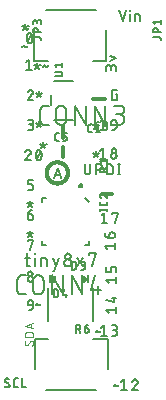
<source format=gbr>
G04 EAGLE Gerber RS-274X export*
G75*
%MOMM*%
%FSLAX34Y34*%
%LPD*%
%INSilkscreen Top*%
%IPPOS*%
%AMOC8*
5,1,8,0,0,1.08239X$1,22.5*%
G01*
%ADD10C,0.152400*%
%ADD11C,0.101600*%
%ADD12C,0.127000*%
%ADD13C,0.177800*%
%ADD14C,0.304800*%
%ADD15C,0.203200*%
%ADD16R,0.127000X0.762000*%

G36*
X74491Y94496D02*
X74491Y94496D01*
X74520Y94495D01*
X74610Y94522D01*
X74702Y94542D01*
X74727Y94557D01*
X74756Y94566D01*
X74898Y94656D01*
X78073Y97196D01*
X78142Y97273D01*
X78215Y97346D01*
X78224Y97364D01*
X78237Y97378D01*
X78279Y97474D01*
X78325Y97566D01*
X78327Y97586D01*
X78335Y97604D01*
X78344Y97707D01*
X78358Y97810D01*
X78354Y97829D01*
X78356Y97849D01*
X78331Y97950D01*
X78312Y98052D01*
X78302Y98069D01*
X78298Y98088D01*
X78242Y98176D01*
X78191Y98266D01*
X78174Y98283D01*
X78166Y98296D01*
X78141Y98316D01*
X78073Y98384D01*
X74898Y100924D01*
X74872Y100939D01*
X74850Y100960D01*
X74765Y100999D01*
X74683Y101045D01*
X74654Y101051D01*
X74627Y101063D01*
X74534Y101073D01*
X74442Y101091D01*
X74412Y101087D01*
X74383Y101090D01*
X74291Y101070D01*
X74198Y101058D01*
X74171Y101044D01*
X74142Y101038D01*
X74062Y100990D01*
X73978Y100948D01*
X73957Y100927D01*
X73931Y100912D01*
X73870Y100840D01*
X73804Y100774D01*
X73791Y100748D01*
X73771Y100725D01*
X73736Y100638D01*
X73694Y100554D01*
X73690Y100524D01*
X73679Y100497D01*
X73661Y100330D01*
X73661Y95250D01*
X73666Y95221D01*
X73663Y95191D01*
X73685Y95100D01*
X73701Y95007D01*
X73714Y94981D01*
X73721Y94952D01*
X73772Y94873D01*
X73816Y94790D01*
X73837Y94769D01*
X73853Y94744D01*
X73926Y94685D01*
X73994Y94621D01*
X74021Y94608D01*
X74044Y94589D01*
X74132Y94556D01*
X74217Y94517D01*
X74247Y94514D01*
X74274Y94503D01*
X74368Y94500D01*
X74461Y94490D01*
X74491Y94496D01*
G37*
G36*
X50048Y94493D02*
X50048Y94493D01*
X50077Y94490D01*
X50169Y94510D01*
X50262Y94523D01*
X50289Y94536D01*
X50318Y94542D01*
X50398Y94590D01*
X50482Y94632D01*
X50503Y94653D01*
X50529Y94668D01*
X50590Y94740D01*
X50656Y94806D01*
X50669Y94832D01*
X50689Y94855D01*
X50724Y94942D01*
X50766Y95026D01*
X50770Y95056D01*
X50781Y95083D01*
X50799Y95250D01*
X50799Y100330D01*
X50794Y100359D01*
X50797Y100389D01*
X50775Y100480D01*
X50760Y100573D01*
X50746Y100599D01*
X50739Y100628D01*
X50688Y100707D01*
X50644Y100790D01*
X50623Y100811D01*
X50607Y100836D01*
X50534Y100895D01*
X50466Y100960D01*
X50439Y100972D01*
X50416Y100991D01*
X50328Y101024D01*
X50243Y101063D01*
X50213Y101066D01*
X50186Y101077D01*
X50092Y101080D01*
X49999Y101090D01*
X49969Y101084D01*
X49940Y101085D01*
X49850Y101058D01*
X49758Y101038D01*
X49733Y101023D01*
X49704Y101014D01*
X49562Y100924D01*
X46387Y98384D01*
X46318Y98307D01*
X46245Y98234D01*
X46236Y98217D01*
X46223Y98202D01*
X46181Y98106D01*
X46135Y98014D01*
X46133Y97994D01*
X46125Y97976D01*
X46116Y97873D01*
X46102Y97770D01*
X46106Y97751D01*
X46104Y97731D01*
X46129Y97630D01*
X46148Y97528D01*
X46158Y97511D01*
X46162Y97492D01*
X46218Y97405D01*
X46269Y97314D01*
X46286Y97297D01*
X46294Y97284D01*
X46319Y97264D01*
X46387Y97196D01*
X49562Y94656D01*
X49588Y94641D01*
X49610Y94621D01*
X49695Y94581D01*
X49777Y94535D01*
X49806Y94529D01*
X49833Y94517D01*
X49926Y94507D01*
X50018Y94489D01*
X50048Y94493D01*
G37*
D10*
X29577Y205359D02*
X29575Y205451D01*
X29569Y205542D01*
X29560Y205633D01*
X29546Y205724D01*
X29529Y205814D01*
X29507Y205903D01*
X29482Y205991D01*
X29454Y206078D01*
X29421Y206164D01*
X29385Y206248D01*
X29346Y206331D01*
X29303Y206412D01*
X29256Y206491D01*
X29207Y206568D01*
X29154Y206643D01*
X29098Y206715D01*
X29039Y206785D01*
X28977Y206853D01*
X28912Y206918D01*
X28844Y206980D01*
X28774Y207039D01*
X28702Y207095D01*
X28627Y207148D01*
X28550Y207197D01*
X28471Y207244D01*
X28390Y207287D01*
X28307Y207326D01*
X28223Y207362D01*
X28137Y207395D01*
X28050Y207423D01*
X27962Y207448D01*
X27873Y207470D01*
X27783Y207487D01*
X27692Y207501D01*
X27601Y207510D01*
X27510Y207516D01*
X27418Y207518D01*
X27315Y207516D01*
X27213Y207510D01*
X27111Y207501D01*
X27009Y207488D01*
X26908Y207471D01*
X26807Y207450D01*
X26708Y207426D01*
X26609Y207397D01*
X26512Y207366D01*
X26415Y207330D01*
X26320Y207292D01*
X26227Y207249D01*
X26135Y207203D01*
X26045Y207154D01*
X25957Y207102D01*
X25870Y207046D01*
X25786Y206987D01*
X25705Y206926D01*
X25625Y206861D01*
X25548Y206793D01*
X25473Y206722D01*
X25402Y206649D01*
X25333Y206573D01*
X25266Y206495D01*
X25203Y206414D01*
X25143Y206331D01*
X25086Y206246D01*
X25032Y206159D01*
X24981Y206069D01*
X24934Y205978D01*
X24890Y205886D01*
X24849Y205791D01*
X24812Y205696D01*
X24779Y205599D01*
X28857Y203680D02*
X28924Y203746D01*
X28988Y203815D01*
X29049Y203886D01*
X29107Y203960D01*
X29162Y204036D01*
X29214Y204114D01*
X29263Y204194D01*
X29309Y204276D01*
X29351Y204360D01*
X29390Y204446D01*
X29425Y204533D01*
X29456Y204621D01*
X29484Y204711D01*
X29509Y204801D01*
X29530Y204893D01*
X29547Y204985D01*
X29560Y205078D01*
X29569Y205171D01*
X29575Y205265D01*
X29577Y205359D01*
X28857Y203680D02*
X24779Y198882D01*
X29577Y198882D01*
X33923Y203200D02*
X33925Y203370D01*
X33931Y203540D01*
X33941Y203709D01*
X33955Y203879D01*
X33974Y204048D01*
X33996Y204216D01*
X34022Y204384D01*
X34052Y204551D01*
X34087Y204717D01*
X34125Y204883D01*
X34167Y205048D01*
X34213Y205211D01*
X34263Y205374D01*
X34317Y205535D01*
X34374Y205695D01*
X34436Y205853D01*
X34501Y206010D01*
X34570Y206165D01*
X34643Y206319D01*
X34671Y206395D01*
X34703Y206470D01*
X34738Y206544D01*
X34776Y206616D01*
X34818Y206686D01*
X34863Y206754D01*
X34911Y206820D01*
X34962Y206884D01*
X35016Y206945D01*
X35072Y207004D01*
X35132Y207060D01*
X35193Y207113D01*
X35257Y207163D01*
X35324Y207211D01*
X35392Y207255D01*
X35463Y207296D01*
X35535Y207334D01*
X35609Y207368D01*
X35684Y207399D01*
X35761Y207427D01*
X35839Y207451D01*
X35918Y207471D01*
X35998Y207488D01*
X36078Y207501D01*
X36159Y207511D01*
X36240Y207516D01*
X36322Y207518D01*
X36404Y207516D01*
X36485Y207511D01*
X36566Y207501D01*
X36646Y207488D01*
X36726Y207471D01*
X36805Y207451D01*
X36883Y207427D01*
X36960Y207399D01*
X37035Y207368D01*
X37109Y207334D01*
X37181Y207296D01*
X37252Y207255D01*
X37320Y207211D01*
X37387Y207163D01*
X37451Y207113D01*
X37512Y207060D01*
X37572Y207004D01*
X37628Y206945D01*
X37682Y206884D01*
X37733Y206820D01*
X37781Y206754D01*
X37826Y206686D01*
X37868Y206616D01*
X37906Y206544D01*
X37941Y206470D01*
X37973Y206395D01*
X38001Y206319D01*
X38074Y206165D01*
X38143Y206010D01*
X38208Y205853D01*
X38270Y205695D01*
X38327Y205535D01*
X38381Y205374D01*
X38431Y205211D01*
X38477Y205048D01*
X38519Y204883D01*
X38557Y204717D01*
X38592Y204551D01*
X38622Y204384D01*
X38648Y204216D01*
X38670Y204048D01*
X38689Y203879D01*
X38703Y203709D01*
X38713Y203540D01*
X38719Y203370D01*
X38721Y203200D01*
X33923Y203200D02*
X33925Y203030D01*
X33931Y202860D01*
X33941Y202691D01*
X33955Y202521D01*
X33974Y202352D01*
X33996Y202184D01*
X34022Y202016D01*
X34052Y201849D01*
X34087Y201683D01*
X34125Y201517D01*
X34167Y201352D01*
X34213Y201189D01*
X34263Y201027D01*
X34317Y200865D01*
X34374Y200706D01*
X34436Y200547D01*
X34501Y200390D01*
X34570Y200235D01*
X34643Y200081D01*
X34671Y200005D01*
X34703Y199930D01*
X34738Y199856D01*
X34776Y199784D01*
X34818Y199714D01*
X34863Y199646D01*
X34911Y199580D01*
X34962Y199516D01*
X35016Y199455D01*
X35072Y199396D01*
X35132Y199340D01*
X35193Y199287D01*
X35257Y199237D01*
X35324Y199189D01*
X35392Y199145D01*
X35463Y199104D01*
X35535Y199066D01*
X35609Y199032D01*
X35684Y199001D01*
X35761Y198973D01*
X35839Y198949D01*
X35918Y198929D01*
X35998Y198912D01*
X36078Y198899D01*
X36159Y198889D01*
X36240Y198884D01*
X36322Y198882D01*
X38001Y200081D02*
X38074Y200235D01*
X38143Y200390D01*
X38208Y200547D01*
X38270Y200706D01*
X38327Y200865D01*
X38381Y201027D01*
X38431Y201189D01*
X38477Y201352D01*
X38519Y201517D01*
X38557Y201683D01*
X38592Y201849D01*
X38622Y202016D01*
X38648Y202184D01*
X38670Y202352D01*
X38689Y202521D01*
X38703Y202691D01*
X38713Y202860D01*
X38719Y203030D01*
X38721Y203200D01*
X38001Y200081D02*
X37973Y200005D01*
X37941Y199930D01*
X37906Y199856D01*
X37868Y199784D01*
X37826Y199714D01*
X37781Y199646D01*
X37733Y199580D01*
X37682Y199516D01*
X37628Y199455D01*
X37572Y199396D01*
X37512Y199340D01*
X37451Y199287D01*
X37387Y199237D01*
X37320Y199189D01*
X37252Y199145D01*
X37181Y199104D01*
X37109Y199066D01*
X37035Y199032D01*
X36960Y199001D01*
X36883Y198973D01*
X36805Y198949D01*
X36726Y198929D01*
X36646Y198912D01*
X36566Y198899D01*
X36485Y198889D01*
X36404Y198884D01*
X36322Y198882D01*
X34403Y200801D02*
X38241Y205599D01*
X29210Y224282D02*
X26811Y224282D01*
X29210Y224282D02*
X29307Y224284D01*
X29403Y224290D01*
X29499Y224299D01*
X29595Y224313D01*
X29690Y224330D01*
X29784Y224352D01*
X29877Y224377D01*
X29970Y224405D01*
X30061Y224438D01*
X30150Y224474D01*
X30238Y224514D01*
X30325Y224557D01*
X30409Y224603D01*
X30492Y224653D01*
X30573Y224707D01*
X30651Y224763D01*
X30727Y224823D01*
X30801Y224885D01*
X30872Y224951D01*
X30940Y225019D01*
X31006Y225090D01*
X31068Y225164D01*
X31128Y225240D01*
X31184Y225318D01*
X31238Y225399D01*
X31288Y225482D01*
X31334Y225566D01*
X31377Y225653D01*
X31417Y225741D01*
X31453Y225830D01*
X31486Y225921D01*
X31514Y226014D01*
X31539Y226107D01*
X31561Y226201D01*
X31578Y226296D01*
X31592Y226392D01*
X31601Y226488D01*
X31607Y226584D01*
X31609Y226681D01*
X31607Y226778D01*
X31601Y226874D01*
X31592Y226970D01*
X31578Y227066D01*
X31561Y227161D01*
X31539Y227255D01*
X31514Y227348D01*
X31486Y227441D01*
X31453Y227532D01*
X31417Y227621D01*
X31377Y227709D01*
X31334Y227796D01*
X31288Y227880D01*
X31238Y227963D01*
X31184Y228044D01*
X31128Y228122D01*
X31068Y228198D01*
X31006Y228272D01*
X30940Y228343D01*
X30872Y228411D01*
X30801Y228477D01*
X30727Y228539D01*
X30651Y228599D01*
X30573Y228655D01*
X30492Y228709D01*
X30410Y228759D01*
X30325Y228805D01*
X30238Y228848D01*
X30150Y228888D01*
X30061Y228924D01*
X29970Y228957D01*
X29877Y228985D01*
X29784Y229010D01*
X29690Y229032D01*
X29595Y229049D01*
X29499Y229063D01*
X29403Y229072D01*
X29307Y229078D01*
X29210Y229080D01*
X29690Y232918D02*
X26811Y232918D01*
X29690Y232918D02*
X29776Y232916D01*
X29862Y232910D01*
X29948Y232901D01*
X30033Y232887D01*
X30117Y232870D01*
X30201Y232849D01*
X30283Y232824D01*
X30364Y232796D01*
X30444Y232764D01*
X30523Y232728D01*
X30599Y232689D01*
X30674Y232646D01*
X30747Y232601D01*
X30818Y232552D01*
X30886Y232499D01*
X30953Y232444D01*
X31016Y232386D01*
X31077Y232325D01*
X31135Y232262D01*
X31190Y232195D01*
X31243Y232127D01*
X31292Y232056D01*
X31337Y231983D01*
X31380Y231908D01*
X31419Y231832D01*
X31455Y231753D01*
X31487Y231673D01*
X31515Y231592D01*
X31540Y231510D01*
X31561Y231426D01*
X31578Y231342D01*
X31592Y231257D01*
X31601Y231171D01*
X31607Y231085D01*
X31609Y230999D01*
X31607Y230913D01*
X31601Y230827D01*
X31592Y230741D01*
X31578Y230656D01*
X31561Y230572D01*
X31540Y230488D01*
X31515Y230406D01*
X31487Y230325D01*
X31455Y230245D01*
X31419Y230166D01*
X31380Y230090D01*
X31337Y230015D01*
X31292Y229942D01*
X31243Y229871D01*
X31190Y229803D01*
X31135Y229736D01*
X31077Y229673D01*
X31016Y229612D01*
X30953Y229554D01*
X30886Y229499D01*
X30818Y229446D01*
X30747Y229397D01*
X30674Y229352D01*
X30599Y229309D01*
X30523Y229270D01*
X30444Y229234D01*
X30364Y229202D01*
X30283Y229174D01*
X30201Y229149D01*
X30117Y229128D01*
X30033Y229111D01*
X29948Y229097D01*
X29862Y229088D01*
X29776Y229082D01*
X29690Y229080D01*
X27771Y229080D01*
X31609Y256159D02*
X31607Y256251D01*
X31601Y256342D01*
X31592Y256433D01*
X31578Y256524D01*
X31561Y256614D01*
X31539Y256703D01*
X31514Y256791D01*
X31486Y256878D01*
X31453Y256964D01*
X31417Y257048D01*
X31378Y257131D01*
X31335Y257212D01*
X31288Y257291D01*
X31239Y257368D01*
X31186Y257443D01*
X31130Y257515D01*
X31071Y257585D01*
X31009Y257653D01*
X30944Y257718D01*
X30876Y257780D01*
X30806Y257839D01*
X30734Y257895D01*
X30659Y257948D01*
X30582Y257997D01*
X30503Y258044D01*
X30422Y258087D01*
X30339Y258126D01*
X30255Y258162D01*
X30169Y258195D01*
X30082Y258223D01*
X29994Y258248D01*
X29905Y258270D01*
X29815Y258287D01*
X29724Y258301D01*
X29633Y258310D01*
X29542Y258316D01*
X29450Y258318D01*
X29347Y258316D01*
X29245Y258310D01*
X29143Y258301D01*
X29041Y258288D01*
X28940Y258271D01*
X28839Y258250D01*
X28740Y258226D01*
X28641Y258197D01*
X28544Y258166D01*
X28447Y258130D01*
X28352Y258092D01*
X28259Y258049D01*
X28167Y258003D01*
X28077Y257954D01*
X27989Y257902D01*
X27902Y257846D01*
X27818Y257787D01*
X27737Y257726D01*
X27657Y257661D01*
X27580Y257593D01*
X27505Y257522D01*
X27434Y257449D01*
X27365Y257373D01*
X27298Y257295D01*
X27235Y257214D01*
X27175Y257131D01*
X27118Y257046D01*
X27064Y256959D01*
X27013Y256869D01*
X26966Y256778D01*
X26922Y256686D01*
X26881Y256591D01*
X26844Y256496D01*
X26811Y256399D01*
X30889Y254480D02*
X30956Y254546D01*
X31020Y254615D01*
X31081Y254686D01*
X31139Y254760D01*
X31194Y254836D01*
X31246Y254914D01*
X31295Y254994D01*
X31341Y255076D01*
X31383Y255160D01*
X31422Y255246D01*
X31457Y255333D01*
X31488Y255421D01*
X31516Y255511D01*
X31541Y255601D01*
X31562Y255693D01*
X31579Y255785D01*
X31592Y255878D01*
X31601Y255971D01*
X31607Y256065D01*
X31609Y256159D01*
X30889Y254480D02*
X26811Y249682D01*
X31609Y249682D01*
X29690Y173482D02*
X26811Y173482D01*
X29690Y173482D02*
X29776Y173484D01*
X29862Y173490D01*
X29948Y173499D01*
X30033Y173513D01*
X30117Y173530D01*
X30201Y173551D01*
X30283Y173576D01*
X30364Y173604D01*
X30444Y173636D01*
X30523Y173672D01*
X30599Y173711D01*
X30674Y173754D01*
X30747Y173799D01*
X30818Y173849D01*
X30886Y173901D01*
X30953Y173956D01*
X31016Y174014D01*
X31077Y174075D01*
X31135Y174138D01*
X31190Y174205D01*
X31243Y174273D01*
X31292Y174344D01*
X31337Y174417D01*
X31380Y174492D01*
X31419Y174568D01*
X31455Y174647D01*
X31487Y174727D01*
X31515Y174808D01*
X31540Y174891D01*
X31561Y174974D01*
X31578Y175058D01*
X31592Y175143D01*
X31601Y175229D01*
X31607Y175315D01*
X31609Y175401D01*
X31609Y176361D01*
X31607Y176447D01*
X31601Y176533D01*
X31592Y176619D01*
X31578Y176704D01*
X31561Y176788D01*
X31540Y176872D01*
X31515Y176954D01*
X31487Y177035D01*
X31455Y177115D01*
X31419Y177194D01*
X31380Y177270D01*
X31337Y177345D01*
X31292Y177418D01*
X31243Y177489D01*
X31190Y177557D01*
X31135Y177624D01*
X31077Y177687D01*
X31016Y177748D01*
X30953Y177806D01*
X30886Y177861D01*
X30818Y177914D01*
X30747Y177963D01*
X30674Y178008D01*
X30599Y178051D01*
X30523Y178090D01*
X30444Y178126D01*
X30364Y178158D01*
X30283Y178186D01*
X30201Y178211D01*
X30117Y178232D01*
X30033Y178249D01*
X29948Y178263D01*
X29862Y178272D01*
X29776Y178278D01*
X29690Y178280D01*
X26811Y178280D01*
X26811Y182118D01*
X31609Y182118D01*
X29690Y152880D02*
X26811Y152880D01*
X29690Y152880D02*
X29776Y152878D01*
X29862Y152872D01*
X29948Y152863D01*
X30033Y152849D01*
X30117Y152832D01*
X30201Y152811D01*
X30283Y152786D01*
X30364Y152758D01*
X30444Y152726D01*
X30523Y152690D01*
X30599Y152651D01*
X30674Y152608D01*
X30747Y152563D01*
X30818Y152514D01*
X30886Y152461D01*
X30953Y152406D01*
X31016Y152348D01*
X31077Y152287D01*
X31135Y152224D01*
X31190Y152157D01*
X31243Y152089D01*
X31292Y152018D01*
X31337Y151945D01*
X31380Y151870D01*
X31419Y151794D01*
X31455Y151715D01*
X31487Y151635D01*
X31515Y151554D01*
X31540Y151472D01*
X31561Y151388D01*
X31578Y151304D01*
X31592Y151219D01*
X31601Y151133D01*
X31607Y151047D01*
X31609Y150961D01*
X31609Y150481D01*
X31607Y150384D01*
X31601Y150288D01*
X31592Y150192D01*
X31578Y150096D01*
X31561Y150001D01*
X31539Y149907D01*
X31514Y149814D01*
X31486Y149721D01*
X31453Y149630D01*
X31417Y149541D01*
X31377Y149453D01*
X31334Y149366D01*
X31288Y149281D01*
X31238Y149199D01*
X31184Y149118D01*
X31128Y149040D01*
X31068Y148964D01*
X31006Y148890D01*
X30940Y148819D01*
X30872Y148751D01*
X30801Y148685D01*
X30727Y148623D01*
X30651Y148563D01*
X30573Y148507D01*
X30492Y148453D01*
X30409Y148403D01*
X30325Y148357D01*
X30238Y148314D01*
X30150Y148274D01*
X30061Y148238D01*
X29970Y148205D01*
X29877Y148177D01*
X29784Y148152D01*
X29690Y148130D01*
X29595Y148113D01*
X29499Y148099D01*
X29403Y148090D01*
X29307Y148084D01*
X29210Y148082D01*
X29113Y148084D01*
X29017Y148090D01*
X28921Y148099D01*
X28825Y148113D01*
X28730Y148130D01*
X28636Y148152D01*
X28543Y148177D01*
X28450Y148205D01*
X28359Y148238D01*
X28270Y148274D01*
X28182Y148314D01*
X28095Y148357D01*
X28010Y148403D01*
X27928Y148453D01*
X27847Y148507D01*
X27769Y148563D01*
X27693Y148623D01*
X27619Y148685D01*
X27548Y148751D01*
X27480Y148819D01*
X27414Y148890D01*
X27352Y148964D01*
X27292Y149040D01*
X27236Y149118D01*
X27182Y149199D01*
X27132Y149282D01*
X27086Y149366D01*
X27043Y149453D01*
X27003Y149541D01*
X26967Y149630D01*
X26934Y149721D01*
X26906Y149814D01*
X26881Y149907D01*
X26859Y150001D01*
X26842Y150096D01*
X26828Y150192D01*
X26819Y150288D01*
X26813Y150384D01*
X26811Y150481D01*
X26811Y152880D01*
X26813Y153003D01*
X26819Y153126D01*
X26829Y153249D01*
X26843Y153371D01*
X26860Y153493D01*
X26882Y153614D01*
X26907Y153734D01*
X26937Y153854D01*
X26970Y153972D01*
X27007Y154089D01*
X27047Y154206D01*
X27091Y154320D01*
X27139Y154434D01*
X27191Y154545D01*
X27246Y154655D01*
X27305Y154763D01*
X27367Y154870D01*
X27432Y154974D01*
X27501Y155076D01*
X27573Y155176D01*
X27648Y155273D01*
X27727Y155368D01*
X27808Y155460D01*
X27892Y155550D01*
X27979Y155637D01*
X28069Y155721D01*
X28161Y155802D01*
X28256Y155881D01*
X28353Y155956D01*
X28453Y156028D01*
X28555Y156097D01*
X28659Y156162D01*
X28766Y156224D01*
X28874Y156283D01*
X28984Y156338D01*
X29095Y156390D01*
X29209Y156437D01*
X29323Y156482D01*
X29440Y156522D01*
X29557Y156559D01*
X29675Y156592D01*
X29795Y156622D01*
X29915Y156647D01*
X30036Y156669D01*
X30158Y156686D01*
X30280Y156700D01*
X30403Y156710D01*
X30526Y156716D01*
X30649Y156718D01*
X26811Y131318D02*
X26811Y130358D01*
X26811Y131318D02*
X31609Y131318D01*
X29210Y122682D01*
X31609Y98411D02*
X31607Y98508D01*
X31601Y98604D01*
X31592Y98700D01*
X31578Y98796D01*
X31561Y98891D01*
X31539Y98985D01*
X31514Y99078D01*
X31486Y99171D01*
X31453Y99262D01*
X31417Y99351D01*
X31377Y99439D01*
X31334Y99526D01*
X31288Y99611D01*
X31238Y99693D01*
X31184Y99774D01*
X31128Y99852D01*
X31068Y99928D01*
X31006Y100002D01*
X30940Y100073D01*
X30872Y100141D01*
X30801Y100207D01*
X30727Y100269D01*
X30651Y100329D01*
X30573Y100385D01*
X30492Y100439D01*
X30410Y100489D01*
X30325Y100535D01*
X30238Y100578D01*
X30150Y100618D01*
X30061Y100654D01*
X29970Y100687D01*
X29877Y100715D01*
X29784Y100740D01*
X29690Y100762D01*
X29595Y100779D01*
X29499Y100793D01*
X29403Y100802D01*
X29307Y100808D01*
X29210Y100810D01*
X29113Y100808D01*
X29017Y100802D01*
X28921Y100793D01*
X28825Y100779D01*
X28730Y100762D01*
X28636Y100740D01*
X28543Y100715D01*
X28450Y100687D01*
X28359Y100654D01*
X28270Y100618D01*
X28182Y100578D01*
X28095Y100535D01*
X28011Y100489D01*
X27928Y100439D01*
X27847Y100385D01*
X27769Y100329D01*
X27693Y100269D01*
X27619Y100207D01*
X27548Y100141D01*
X27480Y100073D01*
X27414Y100002D01*
X27352Y99928D01*
X27292Y99852D01*
X27236Y99774D01*
X27182Y99693D01*
X27132Y99611D01*
X27086Y99526D01*
X27043Y99439D01*
X27003Y99351D01*
X26967Y99262D01*
X26934Y99171D01*
X26906Y99078D01*
X26881Y98985D01*
X26859Y98891D01*
X26842Y98796D01*
X26828Y98700D01*
X26819Y98604D01*
X26813Y98508D01*
X26811Y98411D01*
X26813Y98314D01*
X26819Y98218D01*
X26828Y98122D01*
X26842Y98026D01*
X26859Y97931D01*
X26881Y97837D01*
X26906Y97744D01*
X26934Y97651D01*
X26967Y97560D01*
X27003Y97471D01*
X27043Y97383D01*
X27086Y97296D01*
X27132Y97212D01*
X27182Y97129D01*
X27236Y97048D01*
X27292Y96970D01*
X27352Y96894D01*
X27414Y96820D01*
X27480Y96749D01*
X27548Y96681D01*
X27619Y96615D01*
X27693Y96553D01*
X27769Y96493D01*
X27847Y96437D01*
X27928Y96383D01*
X28010Y96333D01*
X28095Y96287D01*
X28182Y96244D01*
X28270Y96204D01*
X28359Y96168D01*
X28450Y96135D01*
X28543Y96107D01*
X28636Y96082D01*
X28730Y96060D01*
X28825Y96043D01*
X28921Y96029D01*
X29017Y96020D01*
X29113Y96014D01*
X29210Y96012D01*
X29307Y96014D01*
X29403Y96020D01*
X29499Y96029D01*
X29595Y96043D01*
X29690Y96060D01*
X29784Y96082D01*
X29877Y96107D01*
X29970Y96135D01*
X30061Y96168D01*
X30150Y96204D01*
X30238Y96244D01*
X30325Y96287D01*
X30409Y96333D01*
X30492Y96383D01*
X30573Y96437D01*
X30651Y96493D01*
X30727Y96553D01*
X30801Y96615D01*
X30872Y96681D01*
X30940Y96749D01*
X31006Y96820D01*
X31068Y96894D01*
X31128Y96970D01*
X31184Y97048D01*
X31238Y97129D01*
X31288Y97211D01*
X31334Y97296D01*
X31377Y97383D01*
X31417Y97471D01*
X31453Y97560D01*
X31486Y97651D01*
X31514Y97744D01*
X31539Y97837D01*
X31561Y97931D01*
X31578Y98026D01*
X31592Y98122D01*
X31601Y98218D01*
X31607Y98314D01*
X31609Y98411D01*
X31129Y102729D02*
X31127Y102815D01*
X31121Y102901D01*
X31112Y102987D01*
X31098Y103072D01*
X31081Y103156D01*
X31060Y103240D01*
X31035Y103322D01*
X31007Y103403D01*
X30975Y103483D01*
X30939Y103562D01*
X30900Y103638D01*
X30857Y103713D01*
X30812Y103786D01*
X30763Y103857D01*
X30710Y103925D01*
X30655Y103992D01*
X30597Y104055D01*
X30536Y104116D01*
X30473Y104174D01*
X30406Y104229D01*
X30338Y104282D01*
X30267Y104331D01*
X30194Y104376D01*
X30119Y104419D01*
X30043Y104458D01*
X29964Y104494D01*
X29884Y104526D01*
X29803Y104554D01*
X29721Y104579D01*
X29637Y104600D01*
X29553Y104617D01*
X29468Y104631D01*
X29382Y104640D01*
X29296Y104646D01*
X29210Y104648D01*
X29124Y104646D01*
X29038Y104640D01*
X28952Y104631D01*
X28867Y104617D01*
X28783Y104600D01*
X28699Y104579D01*
X28617Y104554D01*
X28536Y104526D01*
X28456Y104494D01*
X28377Y104458D01*
X28301Y104419D01*
X28226Y104376D01*
X28153Y104331D01*
X28082Y104282D01*
X28014Y104229D01*
X27947Y104174D01*
X27884Y104116D01*
X27823Y104055D01*
X27765Y103992D01*
X27710Y103925D01*
X27657Y103857D01*
X27608Y103786D01*
X27563Y103713D01*
X27520Y103638D01*
X27481Y103562D01*
X27445Y103483D01*
X27413Y103403D01*
X27385Y103322D01*
X27360Y103240D01*
X27339Y103156D01*
X27322Y103072D01*
X27308Y102987D01*
X27299Y102901D01*
X27293Y102815D01*
X27291Y102729D01*
X27293Y102643D01*
X27299Y102557D01*
X27308Y102471D01*
X27322Y102386D01*
X27339Y102302D01*
X27360Y102218D01*
X27385Y102136D01*
X27413Y102055D01*
X27445Y101975D01*
X27481Y101896D01*
X27520Y101820D01*
X27563Y101745D01*
X27608Y101672D01*
X27657Y101601D01*
X27710Y101533D01*
X27765Y101466D01*
X27823Y101403D01*
X27884Y101342D01*
X27947Y101284D01*
X28014Y101229D01*
X28082Y101176D01*
X28153Y101127D01*
X28226Y101082D01*
X28301Y101039D01*
X28377Y101000D01*
X28456Y100964D01*
X28536Y100932D01*
X28617Y100904D01*
X28699Y100879D01*
X28783Y100858D01*
X28867Y100841D01*
X28952Y100827D01*
X29038Y100818D01*
X29124Y100812D01*
X29210Y100810D01*
X29296Y100812D01*
X29382Y100818D01*
X29468Y100827D01*
X29553Y100841D01*
X29637Y100858D01*
X29721Y100879D01*
X29803Y100904D01*
X29884Y100932D01*
X29964Y100964D01*
X30043Y101000D01*
X30119Y101039D01*
X30194Y101082D01*
X30267Y101127D01*
X30338Y101176D01*
X30406Y101229D01*
X30473Y101284D01*
X30536Y101342D01*
X30597Y101403D01*
X30655Y101466D01*
X30710Y101533D01*
X30763Y101601D01*
X30812Y101672D01*
X30857Y101745D01*
X30900Y101820D01*
X30939Y101896D01*
X30975Y101975D01*
X31007Y102055D01*
X31035Y102136D01*
X31060Y102218D01*
X31081Y102302D01*
X31098Y102386D01*
X31112Y102471D01*
X31121Y102557D01*
X31127Y102643D01*
X31129Y102729D01*
X31609Y75720D02*
X28730Y75720D01*
X28644Y75722D01*
X28558Y75728D01*
X28472Y75737D01*
X28387Y75751D01*
X28303Y75768D01*
X28219Y75789D01*
X28137Y75814D01*
X28056Y75842D01*
X27976Y75874D01*
X27897Y75910D01*
X27821Y75949D01*
X27746Y75992D01*
X27673Y76037D01*
X27602Y76086D01*
X27534Y76139D01*
X27467Y76194D01*
X27404Y76252D01*
X27343Y76313D01*
X27285Y76376D01*
X27230Y76443D01*
X27177Y76511D01*
X27128Y76582D01*
X27083Y76655D01*
X27040Y76730D01*
X27001Y76806D01*
X26965Y76885D01*
X26933Y76965D01*
X26905Y77046D01*
X26880Y77128D01*
X26859Y77212D01*
X26842Y77296D01*
X26828Y77381D01*
X26819Y77467D01*
X26813Y77553D01*
X26811Y77639D01*
X26811Y78119D01*
X26813Y78216D01*
X26819Y78312D01*
X26828Y78408D01*
X26842Y78504D01*
X26859Y78599D01*
X26881Y78693D01*
X26906Y78786D01*
X26934Y78879D01*
X26967Y78970D01*
X27003Y79059D01*
X27043Y79147D01*
X27086Y79234D01*
X27132Y79319D01*
X27182Y79401D01*
X27236Y79482D01*
X27292Y79560D01*
X27352Y79636D01*
X27414Y79710D01*
X27480Y79781D01*
X27548Y79849D01*
X27619Y79915D01*
X27693Y79977D01*
X27769Y80037D01*
X27847Y80093D01*
X27928Y80147D01*
X28011Y80197D01*
X28095Y80243D01*
X28182Y80286D01*
X28270Y80326D01*
X28359Y80362D01*
X28450Y80395D01*
X28543Y80423D01*
X28636Y80448D01*
X28730Y80470D01*
X28825Y80487D01*
X28921Y80501D01*
X29017Y80510D01*
X29113Y80516D01*
X29210Y80518D01*
X29307Y80516D01*
X29403Y80510D01*
X29499Y80501D01*
X29595Y80487D01*
X29690Y80470D01*
X29784Y80448D01*
X29877Y80423D01*
X29970Y80395D01*
X30061Y80362D01*
X30150Y80326D01*
X30238Y80286D01*
X30325Y80243D01*
X30410Y80197D01*
X30492Y80147D01*
X30573Y80093D01*
X30651Y80037D01*
X30727Y79977D01*
X30801Y79915D01*
X30872Y79849D01*
X30940Y79781D01*
X31006Y79710D01*
X31068Y79636D01*
X31128Y79560D01*
X31184Y79482D01*
X31238Y79401D01*
X31288Y79319D01*
X31334Y79234D01*
X31377Y79147D01*
X31417Y79059D01*
X31453Y78970D01*
X31486Y78879D01*
X31514Y78786D01*
X31539Y78693D01*
X31561Y78599D01*
X31578Y78504D01*
X31592Y78408D01*
X31601Y78312D01*
X31607Y78216D01*
X31609Y78119D01*
X31609Y75720D01*
X31607Y75597D01*
X31601Y75474D01*
X31591Y75351D01*
X31577Y75229D01*
X31560Y75107D01*
X31538Y74986D01*
X31513Y74866D01*
X31483Y74746D01*
X31450Y74628D01*
X31413Y74511D01*
X31373Y74394D01*
X31329Y74280D01*
X31281Y74166D01*
X31229Y74055D01*
X31174Y73945D01*
X31115Y73837D01*
X31053Y73730D01*
X30988Y73626D01*
X30919Y73524D01*
X30847Y73424D01*
X30772Y73327D01*
X30693Y73232D01*
X30612Y73140D01*
X30528Y73050D01*
X30441Y72963D01*
X30351Y72879D01*
X30259Y72798D01*
X30164Y72719D01*
X30067Y72644D01*
X29967Y72572D01*
X29865Y72503D01*
X29761Y72438D01*
X29654Y72376D01*
X29546Y72317D01*
X29436Y72262D01*
X29325Y72210D01*
X29211Y72163D01*
X29097Y72118D01*
X28980Y72078D01*
X28863Y72041D01*
X28745Y72008D01*
X28625Y71978D01*
X28505Y71953D01*
X28384Y71931D01*
X28262Y71914D01*
X28140Y71900D01*
X28017Y71890D01*
X27894Y71884D01*
X27771Y71882D01*
D11*
X29916Y45775D02*
X29994Y45773D01*
X30071Y45767D01*
X30148Y45758D01*
X30224Y45745D01*
X30300Y45728D01*
X30375Y45707D01*
X30448Y45683D01*
X30521Y45655D01*
X30592Y45623D01*
X30661Y45588D01*
X30728Y45550D01*
X30794Y45509D01*
X30857Y45464D01*
X30918Y45416D01*
X30977Y45366D01*
X31033Y45312D01*
X31087Y45256D01*
X31137Y45197D01*
X31185Y45136D01*
X31230Y45073D01*
X31271Y45007D01*
X31309Y44940D01*
X31344Y44871D01*
X31376Y44800D01*
X31404Y44727D01*
X31428Y44654D01*
X31449Y44579D01*
X31466Y44503D01*
X31479Y44427D01*
X31488Y44350D01*
X31494Y44273D01*
X31496Y44195D01*
X31494Y44080D01*
X31488Y43966D01*
X31478Y43852D01*
X31465Y43738D01*
X31447Y43625D01*
X31425Y43512D01*
X31400Y43400D01*
X31371Y43290D01*
X31338Y43180D01*
X31301Y43071D01*
X31261Y42964D01*
X31217Y42858D01*
X31169Y42754D01*
X31118Y42651D01*
X31063Y42551D01*
X31005Y42452D01*
X30943Y42355D01*
X30879Y42261D01*
X30811Y42168D01*
X30739Y42078D01*
X30665Y41991D01*
X30588Y41906D01*
X30508Y41824D01*
X25964Y42023D02*
X25886Y42025D01*
X25809Y42031D01*
X25732Y42040D01*
X25656Y42053D01*
X25580Y42070D01*
X25505Y42091D01*
X25432Y42115D01*
X25359Y42143D01*
X25288Y42175D01*
X25219Y42210D01*
X25152Y42248D01*
X25086Y42289D01*
X25023Y42334D01*
X24962Y42382D01*
X24903Y42432D01*
X24847Y42486D01*
X24793Y42542D01*
X24743Y42601D01*
X24695Y42662D01*
X24650Y42725D01*
X24609Y42791D01*
X24571Y42858D01*
X24536Y42927D01*
X24504Y42998D01*
X24476Y43071D01*
X24452Y43144D01*
X24431Y43219D01*
X24414Y43295D01*
X24401Y43371D01*
X24392Y43448D01*
X24386Y43525D01*
X24384Y43603D01*
X24386Y43709D01*
X24392Y43815D01*
X24401Y43920D01*
X24414Y44025D01*
X24431Y44130D01*
X24452Y44234D01*
X24476Y44337D01*
X24504Y44439D01*
X24536Y44540D01*
X24571Y44640D01*
X24610Y44738D01*
X24653Y44836D01*
X24698Y44931D01*
X24747Y45025D01*
X24800Y45117D01*
X24856Y45207D01*
X24915Y45295D01*
X24977Y45381D01*
X27347Y42812D02*
X27305Y42745D01*
X27260Y42680D01*
X27211Y42617D01*
X27160Y42556D01*
X27105Y42499D01*
X27048Y42444D01*
X26988Y42391D01*
X26926Y42342D01*
X26861Y42296D01*
X26795Y42254D01*
X26726Y42214D01*
X26655Y42178D01*
X26582Y42146D01*
X26508Y42117D01*
X26433Y42092D01*
X26357Y42071D01*
X26279Y42053D01*
X26201Y42040D01*
X26122Y42030D01*
X26043Y42024D01*
X25964Y42022D01*
X28533Y44986D02*
X28575Y45053D01*
X28620Y45118D01*
X28669Y45181D01*
X28720Y45242D01*
X28775Y45299D01*
X28832Y45354D01*
X28892Y45407D01*
X28954Y45456D01*
X29019Y45502D01*
X29085Y45544D01*
X29154Y45584D01*
X29225Y45620D01*
X29298Y45652D01*
X29372Y45681D01*
X29447Y45706D01*
X29523Y45727D01*
X29601Y45745D01*
X29679Y45758D01*
X29758Y45768D01*
X29837Y45774D01*
X29916Y45776D01*
X28533Y44986D02*
X27347Y42813D01*
X24384Y49140D02*
X31496Y49140D01*
X24384Y49140D02*
X24384Y51116D01*
X24386Y51202D01*
X24392Y51288D01*
X24401Y51374D01*
X24414Y51459D01*
X24431Y51544D01*
X24451Y51627D01*
X24475Y51710D01*
X24503Y51792D01*
X24534Y51872D01*
X24569Y51951D01*
X24607Y52028D01*
X24649Y52104D01*
X24693Y52178D01*
X24741Y52249D01*
X24792Y52319D01*
X24846Y52386D01*
X24903Y52451D01*
X24963Y52513D01*
X25025Y52573D01*
X25090Y52630D01*
X25157Y52684D01*
X25227Y52735D01*
X25298Y52783D01*
X25372Y52827D01*
X25448Y52869D01*
X25525Y52907D01*
X25604Y52942D01*
X25684Y52973D01*
X25766Y53001D01*
X25849Y53025D01*
X25932Y53045D01*
X26017Y53062D01*
X26102Y53075D01*
X26188Y53084D01*
X26274Y53090D01*
X26360Y53092D01*
X26360Y53091D02*
X29520Y53091D01*
X29520Y53092D02*
X29606Y53090D01*
X29692Y53084D01*
X29778Y53075D01*
X29863Y53062D01*
X29948Y53045D01*
X30031Y53025D01*
X30114Y53001D01*
X30196Y52973D01*
X30276Y52942D01*
X30355Y52907D01*
X30432Y52869D01*
X30508Y52827D01*
X30582Y52783D01*
X30653Y52735D01*
X30723Y52684D01*
X30790Y52630D01*
X30855Y52573D01*
X30917Y52513D01*
X30977Y52451D01*
X31034Y52386D01*
X31088Y52319D01*
X31139Y52249D01*
X31187Y52178D01*
X31231Y52104D01*
X31273Y52028D01*
X31311Y51951D01*
X31346Y51872D01*
X31377Y51792D01*
X31405Y51710D01*
X31429Y51627D01*
X31449Y51544D01*
X31466Y51459D01*
X31479Y51374D01*
X31488Y51288D01*
X31494Y51202D01*
X31496Y51116D01*
X31496Y49140D01*
X31496Y56304D02*
X24384Y58675D01*
X31496Y61045D01*
X29718Y60453D02*
X29718Y56897D01*
D12*
X11704Y8043D02*
X11702Y7962D01*
X11696Y7882D01*
X11687Y7802D01*
X11673Y7723D01*
X11656Y7644D01*
X11635Y7566D01*
X11611Y7489D01*
X11583Y7414D01*
X11551Y7340D01*
X11516Y7267D01*
X11477Y7197D01*
X11435Y7128D01*
X11390Y7061D01*
X11342Y6996D01*
X11290Y6934D01*
X11236Y6875D01*
X11179Y6818D01*
X11120Y6764D01*
X11058Y6712D01*
X10993Y6664D01*
X10926Y6619D01*
X10858Y6577D01*
X10787Y6538D01*
X10714Y6503D01*
X10640Y6471D01*
X10565Y6443D01*
X10488Y6419D01*
X10410Y6398D01*
X10331Y6381D01*
X10252Y6367D01*
X10172Y6358D01*
X10092Y6352D01*
X10011Y6350D01*
X9893Y6352D01*
X9776Y6358D01*
X9659Y6367D01*
X9542Y6381D01*
X9425Y6398D01*
X9310Y6419D01*
X9195Y6444D01*
X9080Y6473D01*
X8967Y6506D01*
X8855Y6542D01*
X8745Y6582D01*
X8635Y6625D01*
X8527Y6672D01*
X8421Y6723D01*
X8317Y6777D01*
X8214Y6834D01*
X8113Y6895D01*
X8014Y6959D01*
X7918Y7026D01*
X7824Y7097D01*
X7732Y7170D01*
X7642Y7247D01*
X7555Y7326D01*
X7471Y7408D01*
X7683Y12277D02*
X7685Y12358D01*
X7691Y12438D01*
X7700Y12518D01*
X7714Y12597D01*
X7731Y12676D01*
X7752Y12754D01*
X7776Y12831D01*
X7804Y12906D01*
X7836Y12980D01*
X7871Y13053D01*
X7910Y13124D01*
X7952Y13192D01*
X7997Y13259D01*
X8045Y13324D01*
X8097Y13386D01*
X8151Y13445D01*
X8208Y13502D01*
X8267Y13556D01*
X8329Y13608D01*
X8394Y13656D01*
X8461Y13701D01*
X8530Y13743D01*
X8600Y13782D01*
X8673Y13817D01*
X8747Y13849D01*
X8822Y13877D01*
X8899Y13901D01*
X8977Y13922D01*
X9056Y13939D01*
X9135Y13953D01*
X9215Y13962D01*
X9295Y13968D01*
X9376Y13970D01*
X9484Y13968D01*
X9591Y13963D01*
X9698Y13954D01*
X9805Y13941D01*
X9911Y13925D01*
X10017Y13905D01*
X10122Y13881D01*
X10226Y13854D01*
X10329Y13824D01*
X10431Y13790D01*
X10532Y13752D01*
X10631Y13711D01*
X10729Y13667D01*
X10826Y13620D01*
X10920Y13569D01*
X11014Y13515D01*
X11105Y13458D01*
X11194Y13398D01*
X11281Y13335D01*
X8530Y10795D02*
X8461Y10838D01*
X8394Y10884D01*
X8329Y10933D01*
X8267Y10985D01*
X8208Y11040D01*
X8151Y11098D01*
X8096Y11159D01*
X8045Y11221D01*
X7997Y11287D01*
X7952Y11354D01*
X7910Y11424D01*
X7871Y11495D01*
X7836Y11568D01*
X7804Y11643D01*
X7776Y11719D01*
X7751Y11796D01*
X7731Y11875D01*
X7714Y11954D01*
X7700Y12034D01*
X7691Y12115D01*
X7685Y12196D01*
X7683Y12277D01*
X10858Y9525D02*
X10927Y9482D01*
X10994Y9436D01*
X11059Y9387D01*
X11121Y9335D01*
X11180Y9280D01*
X11238Y9222D01*
X11292Y9161D01*
X11343Y9099D01*
X11391Y9033D01*
X11436Y8966D01*
X11478Y8896D01*
X11517Y8825D01*
X11552Y8752D01*
X11584Y8677D01*
X11612Y8601D01*
X11637Y8524D01*
X11657Y8445D01*
X11674Y8366D01*
X11688Y8286D01*
X11697Y8205D01*
X11703Y8124D01*
X11705Y8043D01*
X10858Y9525D02*
X8530Y10795D01*
X16867Y6350D02*
X18560Y6350D01*
X16867Y6350D02*
X16786Y6352D01*
X16706Y6358D01*
X16626Y6367D01*
X16547Y6381D01*
X16468Y6398D01*
X16390Y6419D01*
X16313Y6443D01*
X16238Y6471D01*
X16164Y6503D01*
X16091Y6538D01*
X16020Y6577D01*
X15952Y6619D01*
X15885Y6664D01*
X15820Y6712D01*
X15758Y6764D01*
X15699Y6818D01*
X15642Y6875D01*
X15588Y6934D01*
X15536Y6996D01*
X15488Y7061D01*
X15443Y7128D01*
X15401Y7197D01*
X15362Y7267D01*
X15327Y7340D01*
X15295Y7414D01*
X15267Y7489D01*
X15243Y7566D01*
X15222Y7644D01*
X15205Y7723D01*
X15191Y7802D01*
X15182Y7882D01*
X15176Y7962D01*
X15174Y8043D01*
X15173Y8043D02*
X15173Y12277D01*
X15174Y12277D02*
X15176Y12358D01*
X15182Y12438D01*
X15191Y12518D01*
X15205Y12597D01*
X15222Y12676D01*
X15243Y12754D01*
X15267Y12831D01*
X15295Y12906D01*
X15327Y12980D01*
X15362Y13053D01*
X15401Y13123D01*
X15443Y13192D01*
X15488Y13259D01*
X15536Y13324D01*
X15588Y13386D01*
X15642Y13445D01*
X15699Y13502D01*
X15758Y13556D01*
X15820Y13608D01*
X15885Y13656D01*
X15952Y13701D01*
X16020Y13743D01*
X16091Y13782D01*
X16164Y13817D01*
X16238Y13849D01*
X16313Y13877D01*
X16390Y13901D01*
X16468Y13922D01*
X16547Y13939D01*
X16626Y13953D01*
X16706Y13962D01*
X16786Y13968D01*
X16867Y13970D01*
X18560Y13970D01*
X22162Y13970D02*
X22162Y6350D01*
X25549Y6350D01*
D10*
X106059Y11289D02*
X108458Y13208D01*
X108458Y4572D01*
X106059Y4572D02*
X110857Y4572D01*
X117842Y13208D02*
X117934Y13206D01*
X118025Y13200D01*
X118116Y13191D01*
X118207Y13177D01*
X118297Y13160D01*
X118386Y13138D01*
X118474Y13113D01*
X118561Y13085D01*
X118647Y13052D01*
X118731Y13016D01*
X118814Y12977D01*
X118895Y12934D01*
X118974Y12887D01*
X119051Y12838D01*
X119126Y12785D01*
X119198Y12729D01*
X119268Y12670D01*
X119336Y12608D01*
X119401Y12543D01*
X119463Y12475D01*
X119522Y12405D01*
X119578Y12333D01*
X119631Y12258D01*
X119680Y12181D01*
X119727Y12102D01*
X119770Y12021D01*
X119809Y11938D01*
X119845Y11854D01*
X119878Y11768D01*
X119906Y11681D01*
X119931Y11593D01*
X119953Y11504D01*
X119970Y11414D01*
X119984Y11323D01*
X119993Y11232D01*
X119999Y11141D01*
X120001Y11049D01*
X117842Y13208D02*
X117739Y13206D01*
X117637Y13200D01*
X117535Y13191D01*
X117433Y13178D01*
X117332Y13161D01*
X117231Y13140D01*
X117132Y13116D01*
X117033Y13087D01*
X116936Y13056D01*
X116839Y13020D01*
X116744Y12982D01*
X116651Y12939D01*
X116559Y12893D01*
X116469Y12844D01*
X116381Y12792D01*
X116294Y12736D01*
X116210Y12677D01*
X116129Y12616D01*
X116049Y12551D01*
X115972Y12483D01*
X115897Y12412D01*
X115826Y12339D01*
X115757Y12263D01*
X115690Y12185D01*
X115627Y12104D01*
X115567Y12021D01*
X115510Y11936D01*
X115456Y11849D01*
X115405Y11759D01*
X115358Y11668D01*
X115314Y11576D01*
X115273Y11481D01*
X115236Y11386D01*
X115203Y11289D01*
X119281Y9370D02*
X119348Y9436D01*
X119412Y9505D01*
X119473Y9576D01*
X119531Y9650D01*
X119586Y9726D01*
X119638Y9804D01*
X119687Y9884D01*
X119733Y9966D01*
X119775Y10050D01*
X119814Y10136D01*
X119849Y10223D01*
X119880Y10311D01*
X119908Y10401D01*
X119933Y10491D01*
X119954Y10583D01*
X119971Y10675D01*
X119984Y10768D01*
X119993Y10861D01*
X119999Y10955D01*
X120001Y11049D01*
X119281Y9370D02*
X115203Y4572D01*
X120001Y4572D01*
X88914Y57009D02*
X91313Y58928D01*
X91313Y50292D01*
X88914Y50292D02*
X93712Y50292D01*
X98058Y50292D02*
X100457Y50292D01*
X100554Y50294D01*
X100650Y50300D01*
X100746Y50309D01*
X100842Y50323D01*
X100937Y50340D01*
X101031Y50362D01*
X101124Y50387D01*
X101217Y50415D01*
X101308Y50448D01*
X101397Y50484D01*
X101485Y50524D01*
X101572Y50567D01*
X101657Y50613D01*
X101739Y50663D01*
X101820Y50717D01*
X101898Y50773D01*
X101974Y50833D01*
X102048Y50895D01*
X102119Y50961D01*
X102187Y51029D01*
X102253Y51100D01*
X102315Y51174D01*
X102375Y51250D01*
X102431Y51328D01*
X102485Y51409D01*
X102535Y51491D01*
X102581Y51576D01*
X102624Y51663D01*
X102664Y51751D01*
X102700Y51840D01*
X102733Y51931D01*
X102761Y52024D01*
X102786Y52117D01*
X102808Y52211D01*
X102825Y52306D01*
X102839Y52402D01*
X102848Y52498D01*
X102854Y52594D01*
X102856Y52691D01*
X102854Y52788D01*
X102848Y52884D01*
X102839Y52980D01*
X102825Y53076D01*
X102808Y53171D01*
X102786Y53265D01*
X102761Y53358D01*
X102733Y53451D01*
X102700Y53542D01*
X102664Y53631D01*
X102624Y53719D01*
X102581Y53806D01*
X102535Y53890D01*
X102485Y53973D01*
X102431Y54054D01*
X102375Y54132D01*
X102315Y54208D01*
X102253Y54282D01*
X102187Y54353D01*
X102119Y54421D01*
X102048Y54487D01*
X101974Y54549D01*
X101898Y54609D01*
X101820Y54665D01*
X101739Y54719D01*
X101657Y54769D01*
X101572Y54815D01*
X101485Y54858D01*
X101397Y54898D01*
X101308Y54934D01*
X101217Y54967D01*
X101124Y54995D01*
X101031Y55020D01*
X100937Y55042D01*
X100842Y55059D01*
X100746Y55073D01*
X100650Y55082D01*
X100554Y55088D01*
X100457Y55090D01*
X100937Y58928D02*
X98058Y58928D01*
X100937Y58928D02*
X101023Y58926D01*
X101109Y58920D01*
X101195Y58911D01*
X101280Y58897D01*
X101364Y58880D01*
X101448Y58859D01*
X101530Y58834D01*
X101611Y58806D01*
X101691Y58774D01*
X101770Y58738D01*
X101846Y58699D01*
X101921Y58656D01*
X101994Y58611D01*
X102065Y58562D01*
X102133Y58509D01*
X102200Y58454D01*
X102263Y58396D01*
X102324Y58335D01*
X102382Y58272D01*
X102437Y58205D01*
X102490Y58137D01*
X102539Y58066D01*
X102584Y57993D01*
X102627Y57918D01*
X102666Y57842D01*
X102702Y57763D01*
X102734Y57683D01*
X102762Y57602D01*
X102787Y57520D01*
X102808Y57436D01*
X102825Y57352D01*
X102839Y57267D01*
X102848Y57181D01*
X102854Y57095D01*
X102856Y57009D01*
X102854Y56923D01*
X102848Y56837D01*
X102839Y56751D01*
X102825Y56666D01*
X102808Y56582D01*
X102787Y56498D01*
X102762Y56416D01*
X102734Y56335D01*
X102702Y56255D01*
X102666Y56176D01*
X102627Y56100D01*
X102584Y56025D01*
X102539Y55952D01*
X102490Y55881D01*
X102437Y55813D01*
X102382Y55746D01*
X102324Y55683D01*
X102263Y55622D01*
X102200Y55564D01*
X102133Y55509D01*
X102065Y55456D01*
X101994Y55407D01*
X101921Y55362D01*
X101846Y55319D01*
X101770Y55280D01*
X101691Y55244D01*
X101611Y55212D01*
X101530Y55184D01*
X101448Y55159D01*
X101364Y55138D01*
X101280Y55121D01*
X101195Y55107D01*
X101109Y55098D01*
X101023Y55092D01*
X100937Y55090D01*
X99018Y55090D01*
X95391Y69229D02*
X93472Y71628D01*
X102108Y71628D01*
X102108Y69229D02*
X102108Y74027D01*
X100189Y78373D02*
X93472Y80292D01*
X100189Y78373D02*
X100189Y83171D01*
X98270Y81732D02*
X102108Y81732D01*
X95391Y94629D02*
X93472Y97028D01*
X102108Y97028D01*
X102108Y94629D02*
X102108Y99427D01*
X102108Y103773D02*
X102108Y106652D01*
X102106Y106738D01*
X102100Y106824D01*
X102091Y106910D01*
X102077Y106995D01*
X102060Y107079D01*
X102039Y107163D01*
X102014Y107245D01*
X101986Y107326D01*
X101954Y107406D01*
X101918Y107485D01*
X101879Y107561D01*
X101836Y107636D01*
X101791Y107709D01*
X101742Y107780D01*
X101689Y107848D01*
X101634Y107915D01*
X101576Y107978D01*
X101515Y108039D01*
X101452Y108097D01*
X101385Y108152D01*
X101317Y108205D01*
X101246Y108254D01*
X101173Y108299D01*
X101098Y108342D01*
X101022Y108381D01*
X100943Y108417D01*
X100863Y108449D01*
X100782Y108477D01*
X100700Y108502D01*
X100616Y108523D01*
X100532Y108540D01*
X100447Y108554D01*
X100361Y108563D01*
X100275Y108569D01*
X100189Y108571D01*
X99229Y108571D01*
X99143Y108569D01*
X99057Y108563D01*
X98971Y108554D01*
X98886Y108540D01*
X98802Y108523D01*
X98718Y108502D01*
X98636Y108477D01*
X98555Y108449D01*
X98475Y108417D01*
X98396Y108381D01*
X98320Y108342D01*
X98245Y108299D01*
X98172Y108254D01*
X98101Y108205D01*
X98033Y108152D01*
X97966Y108097D01*
X97903Y108039D01*
X97842Y107978D01*
X97784Y107915D01*
X97729Y107848D01*
X97677Y107780D01*
X97627Y107709D01*
X97582Y107636D01*
X97539Y107561D01*
X97500Y107485D01*
X97464Y107406D01*
X97432Y107326D01*
X97404Y107245D01*
X97379Y107163D01*
X97358Y107079D01*
X97341Y106995D01*
X97327Y106910D01*
X97318Y106824D01*
X97312Y106738D01*
X97310Y106652D01*
X97310Y103773D01*
X93472Y103773D01*
X93472Y108571D01*
X94121Y123839D02*
X92202Y126238D01*
X100838Y126238D01*
X100838Y123839D02*
X100838Y128637D01*
X96040Y132983D02*
X96040Y135862D01*
X96042Y135948D01*
X96048Y136034D01*
X96057Y136120D01*
X96071Y136205D01*
X96088Y136289D01*
X96109Y136373D01*
X96134Y136455D01*
X96162Y136536D01*
X96194Y136616D01*
X96230Y136695D01*
X96269Y136771D01*
X96312Y136846D01*
X96357Y136919D01*
X96407Y136990D01*
X96459Y137058D01*
X96514Y137125D01*
X96572Y137188D01*
X96633Y137249D01*
X96696Y137307D01*
X96763Y137362D01*
X96831Y137415D01*
X96902Y137464D01*
X96975Y137509D01*
X97050Y137552D01*
X97126Y137591D01*
X97205Y137627D01*
X97285Y137659D01*
X97366Y137687D01*
X97449Y137712D01*
X97532Y137733D01*
X97616Y137750D01*
X97701Y137764D01*
X97787Y137773D01*
X97873Y137779D01*
X97959Y137781D01*
X98439Y137781D01*
X98536Y137779D01*
X98632Y137773D01*
X98728Y137764D01*
X98824Y137750D01*
X98919Y137733D01*
X99013Y137711D01*
X99106Y137686D01*
X99199Y137658D01*
X99290Y137625D01*
X99379Y137589D01*
X99467Y137549D01*
X99554Y137506D01*
X99639Y137460D01*
X99721Y137410D01*
X99802Y137356D01*
X99880Y137300D01*
X99956Y137240D01*
X100030Y137178D01*
X100101Y137112D01*
X100169Y137044D01*
X100235Y136973D01*
X100297Y136899D01*
X100357Y136823D01*
X100413Y136745D01*
X100467Y136664D01*
X100517Y136581D01*
X100563Y136497D01*
X100606Y136410D01*
X100646Y136322D01*
X100682Y136233D01*
X100715Y136142D01*
X100743Y136049D01*
X100768Y135956D01*
X100790Y135862D01*
X100807Y135767D01*
X100821Y135671D01*
X100830Y135575D01*
X100836Y135479D01*
X100838Y135382D01*
X100836Y135285D01*
X100830Y135189D01*
X100821Y135093D01*
X100807Y134997D01*
X100790Y134902D01*
X100768Y134808D01*
X100743Y134715D01*
X100715Y134622D01*
X100682Y134531D01*
X100646Y134442D01*
X100606Y134354D01*
X100563Y134267D01*
X100517Y134183D01*
X100467Y134100D01*
X100413Y134019D01*
X100357Y133941D01*
X100297Y133865D01*
X100235Y133791D01*
X100169Y133720D01*
X100101Y133652D01*
X100030Y133586D01*
X99956Y133524D01*
X99880Y133464D01*
X99802Y133408D01*
X99721Y133354D01*
X99639Y133304D01*
X99554Y133258D01*
X99467Y133215D01*
X99379Y133175D01*
X99290Y133139D01*
X99199Y133106D01*
X99106Y133078D01*
X99013Y133053D01*
X98919Y133031D01*
X98824Y133014D01*
X98728Y133000D01*
X98632Y132991D01*
X98536Y132985D01*
X98439Y132983D01*
X96040Y132983D01*
X95917Y132985D01*
X95794Y132991D01*
X95671Y133001D01*
X95549Y133015D01*
X95427Y133032D01*
X95306Y133054D01*
X95186Y133079D01*
X95066Y133109D01*
X94948Y133142D01*
X94831Y133179D01*
X94714Y133219D01*
X94600Y133263D01*
X94486Y133311D01*
X94375Y133363D01*
X94265Y133418D01*
X94157Y133477D01*
X94050Y133539D01*
X93946Y133604D01*
X93844Y133673D01*
X93744Y133745D01*
X93647Y133820D01*
X93552Y133899D01*
X93460Y133980D01*
X93370Y134064D01*
X93283Y134151D01*
X93199Y134241D01*
X93118Y134333D01*
X93039Y134428D01*
X92964Y134525D01*
X92892Y134625D01*
X92823Y134727D01*
X92758Y134831D01*
X92696Y134938D01*
X92637Y135046D01*
X92582Y135156D01*
X92530Y135267D01*
X92483Y135381D01*
X92438Y135495D01*
X92398Y135612D01*
X92361Y135729D01*
X92328Y135847D01*
X92298Y135967D01*
X92273Y136087D01*
X92251Y136208D01*
X92234Y136330D01*
X92220Y136452D01*
X92210Y136575D01*
X92204Y136698D01*
X92202Y136821D01*
X89549Y152259D02*
X91948Y154178D01*
X91948Y145542D01*
X89549Y145542D02*
X94347Y145542D01*
X98693Y153218D02*
X98693Y154178D01*
X103491Y154178D01*
X101092Y145542D01*
X75232Y189216D02*
X75232Y195453D01*
X75232Y189216D02*
X75234Y189119D01*
X75240Y189023D01*
X75249Y188927D01*
X75263Y188831D01*
X75280Y188736D01*
X75302Y188642D01*
X75327Y188549D01*
X75355Y188456D01*
X75388Y188365D01*
X75424Y188276D01*
X75464Y188188D01*
X75507Y188101D01*
X75553Y188017D01*
X75603Y187934D01*
X75657Y187853D01*
X75713Y187775D01*
X75773Y187699D01*
X75835Y187625D01*
X75901Y187554D01*
X75969Y187486D01*
X76040Y187420D01*
X76114Y187358D01*
X76190Y187298D01*
X76268Y187242D01*
X76349Y187188D01*
X76431Y187138D01*
X76516Y187092D01*
X76603Y187049D01*
X76691Y187009D01*
X76780Y186973D01*
X76871Y186940D01*
X76964Y186912D01*
X77057Y186887D01*
X77151Y186865D01*
X77246Y186848D01*
X77342Y186834D01*
X77438Y186825D01*
X77534Y186819D01*
X77631Y186817D01*
X77728Y186819D01*
X77824Y186825D01*
X77920Y186834D01*
X78016Y186848D01*
X78111Y186865D01*
X78205Y186887D01*
X78298Y186912D01*
X78391Y186940D01*
X78482Y186973D01*
X78571Y187009D01*
X78659Y187049D01*
X78746Y187092D01*
X78830Y187138D01*
X78913Y187188D01*
X78994Y187242D01*
X79072Y187298D01*
X79148Y187358D01*
X79222Y187420D01*
X79293Y187486D01*
X79361Y187554D01*
X79427Y187625D01*
X79489Y187699D01*
X79549Y187775D01*
X79605Y187853D01*
X79659Y187934D01*
X79709Y188016D01*
X79755Y188101D01*
X79798Y188188D01*
X79838Y188276D01*
X79874Y188365D01*
X79907Y188456D01*
X79935Y188549D01*
X79960Y188642D01*
X79982Y188736D01*
X79999Y188831D01*
X80013Y188927D01*
X80022Y189023D01*
X80028Y189119D01*
X80030Y189216D01*
X80030Y195453D01*
X85180Y195453D02*
X85180Y186817D01*
X85180Y195453D02*
X87579Y195453D01*
X87676Y195451D01*
X87772Y195445D01*
X87868Y195436D01*
X87964Y195422D01*
X88059Y195405D01*
X88153Y195383D01*
X88246Y195358D01*
X88339Y195330D01*
X88430Y195297D01*
X88519Y195261D01*
X88607Y195221D01*
X88694Y195178D01*
X88779Y195132D01*
X88861Y195082D01*
X88942Y195028D01*
X89020Y194972D01*
X89096Y194912D01*
X89170Y194850D01*
X89241Y194784D01*
X89309Y194716D01*
X89375Y194645D01*
X89437Y194571D01*
X89497Y194495D01*
X89553Y194417D01*
X89607Y194336D01*
X89657Y194253D01*
X89703Y194169D01*
X89746Y194082D01*
X89786Y193994D01*
X89822Y193905D01*
X89855Y193814D01*
X89883Y193721D01*
X89908Y193628D01*
X89930Y193534D01*
X89947Y193439D01*
X89961Y193343D01*
X89970Y193247D01*
X89976Y193151D01*
X89978Y193054D01*
X89976Y192957D01*
X89970Y192861D01*
X89961Y192765D01*
X89947Y192669D01*
X89930Y192574D01*
X89908Y192480D01*
X89883Y192387D01*
X89855Y192294D01*
X89822Y192203D01*
X89786Y192114D01*
X89746Y192026D01*
X89703Y191939D01*
X89657Y191855D01*
X89607Y191772D01*
X89553Y191691D01*
X89497Y191613D01*
X89437Y191537D01*
X89375Y191463D01*
X89309Y191392D01*
X89241Y191324D01*
X89170Y191258D01*
X89096Y191196D01*
X89020Y191136D01*
X88942Y191080D01*
X88861Y191026D01*
X88779Y190976D01*
X88694Y190930D01*
X88607Y190887D01*
X88519Y190847D01*
X88430Y190811D01*
X88339Y190778D01*
X88246Y190750D01*
X88153Y190725D01*
X88059Y190703D01*
X87964Y190686D01*
X87868Y190672D01*
X87772Y190663D01*
X87676Y190657D01*
X87579Y190655D01*
X85180Y190655D01*
X94130Y186817D02*
X94130Y195453D01*
X96528Y195453D01*
X96625Y195451D01*
X96721Y195445D01*
X96817Y195436D01*
X96913Y195422D01*
X97008Y195405D01*
X97102Y195383D01*
X97195Y195358D01*
X97288Y195330D01*
X97379Y195297D01*
X97468Y195261D01*
X97556Y195221D01*
X97643Y195178D01*
X97728Y195132D01*
X97810Y195082D01*
X97891Y195028D01*
X97969Y194972D01*
X98045Y194912D01*
X98119Y194850D01*
X98190Y194784D01*
X98258Y194716D01*
X98324Y194645D01*
X98386Y194571D01*
X98446Y194495D01*
X98502Y194417D01*
X98556Y194336D01*
X98606Y194254D01*
X98652Y194169D01*
X98695Y194082D01*
X98735Y193994D01*
X98771Y193905D01*
X98804Y193814D01*
X98832Y193721D01*
X98857Y193628D01*
X98879Y193534D01*
X98896Y193439D01*
X98910Y193343D01*
X98919Y193247D01*
X98925Y193151D01*
X98927Y193054D01*
X98927Y189216D01*
X98925Y189119D01*
X98919Y189023D01*
X98910Y188927D01*
X98896Y188831D01*
X98879Y188736D01*
X98857Y188642D01*
X98832Y188549D01*
X98804Y188456D01*
X98771Y188365D01*
X98735Y188276D01*
X98695Y188188D01*
X98652Y188101D01*
X98606Y188017D01*
X98556Y187934D01*
X98502Y187853D01*
X98446Y187775D01*
X98386Y187699D01*
X98324Y187625D01*
X98258Y187554D01*
X98190Y187486D01*
X98119Y187420D01*
X98045Y187358D01*
X97969Y187298D01*
X97891Y187242D01*
X97810Y187188D01*
X97728Y187138D01*
X97643Y187092D01*
X97556Y187049D01*
X97468Y187009D01*
X97379Y186973D01*
X97288Y186940D01*
X97195Y186912D01*
X97102Y186887D01*
X97008Y186865D01*
X96913Y186848D01*
X96817Y186834D01*
X96721Y186825D01*
X96625Y186819D01*
X96528Y186817D01*
X94130Y186817D01*
X104148Y186817D02*
X104148Y195453D01*
X103189Y186817D02*
X105108Y186817D01*
X105108Y195453D02*
X103189Y195453D01*
X102729Y254480D02*
X101290Y254480D01*
X102729Y254480D02*
X102729Y249682D01*
X99850Y249682D01*
X99764Y249684D01*
X99678Y249690D01*
X99592Y249699D01*
X99507Y249713D01*
X99423Y249730D01*
X99339Y249751D01*
X99257Y249776D01*
X99176Y249804D01*
X99096Y249836D01*
X99017Y249872D01*
X98941Y249911D01*
X98866Y249954D01*
X98793Y249999D01*
X98722Y250048D01*
X98654Y250101D01*
X98587Y250156D01*
X98524Y250214D01*
X98463Y250275D01*
X98405Y250338D01*
X98350Y250405D01*
X98297Y250473D01*
X98248Y250544D01*
X98203Y250617D01*
X98160Y250692D01*
X98121Y250768D01*
X98085Y250847D01*
X98053Y250927D01*
X98025Y251008D01*
X98000Y251090D01*
X97979Y251174D01*
X97962Y251258D01*
X97948Y251343D01*
X97939Y251429D01*
X97933Y251515D01*
X97931Y251601D01*
X97931Y256399D01*
X97933Y256485D01*
X97939Y256571D01*
X97948Y256657D01*
X97962Y256742D01*
X97979Y256826D01*
X98000Y256910D01*
X98025Y256992D01*
X98053Y257073D01*
X98085Y257153D01*
X98121Y257232D01*
X98160Y257308D01*
X98203Y257383D01*
X98248Y257456D01*
X98297Y257527D01*
X98350Y257595D01*
X98405Y257662D01*
X98463Y257725D01*
X98524Y257786D01*
X98587Y257844D01*
X98654Y257899D01*
X98722Y257951D01*
X98793Y258001D01*
X98866Y258046D01*
X98941Y258089D01*
X99017Y258128D01*
X99096Y258164D01*
X99176Y258196D01*
X99257Y258224D01*
X99339Y258249D01*
X99423Y258270D01*
X99507Y258287D01*
X99592Y258301D01*
X99678Y258310D01*
X99764Y258316D01*
X99850Y258318D01*
X102729Y258318D01*
X102108Y274396D02*
X102108Y276795D01*
X102106Y276892D01*
X102100Y276988D01*
X102091Y277084D01*
X102077Y277180D01*
X102060Y277275D01*
X102038Y277369D01*
X102013Y277462D01*
X101985Y277555D01*
X101952Y277646D01*
X101916Y277735D01*
X101876Y277823D01*
X101833Y277910D01*
X101787Y277995D01*
X101737Y278077D01*
X101683Y278158D01*
X101627Y278236D01*
X101567Y278312D01*
X101505Y278386D01*
X101439Y278457D01*
X101371Y278525D01*
X101300Y278591D01*
X101226Y278653D01*
X101150Y278713D01*
X101072Y278769D01*
X100991Y278823D01*
X100909Y278873D01*
X100824Y278919D01*
X100737Y278962D01*
X100649Y279002D01*
X100560Y279038D01*
X100469Y279071D01*
X100376Y279099D01*
X100283Y279124D01*
X100189Y279146D01*
X100094Y279163D01*
X99998Y279177D01*
X99902Y279186D01*
X99806Y279192D01*
X99709Y279194D01*
X99612Y279192D01*
X99516Y279186D01*
X99420Y279177D01*
X99324Y279163D01*
X99229Y279146D01*
X99135Y279124D01*
X99042Y279099D01*
X98949Y279071D01*
X98858Y279038D01*
X98769Y279002D01*
X98681Y278962D01*
X98594Y278919D01*
X98510Y278873D01*
X98427Y278823D01*
X98346Y278769D01*
X98268Y278713D01*
X98192Y278653D01*
X98118Y278591D01*
X98047Y278525D01*
X97979Y278457D01*
X97913Y278386D01*
X97851Y278312D01*
X97791Y278236D01*
X97735Y278158D01*
X97681Y278077D01*
X97631Y277995D01*
X97585Y277910D01*
X97542Y277823D01*
X97502Y277735D01*
X97466Y277646D01*
X97433Y277555D01*
X97405Y277462D01*
X97380Y277369D01*
X97358Y277275D01*
X97341Y277180D01*
X97327Y277084D01*
X97318Y276988D01*
X97312Y276892D01*
X97310Y276795D01*
X93472Y277275D02*
X93472Y274396D01*
X93472Y277275D02*
X93474Y277361D01*
X93480Y277447D01*
X93489Y277533D01*
X93503Y277618D01*
X93520Y277702D01*
X93541Y277786D01*
X93566Y277868D01*
X93594Y277949D01*
X93626Y278029D01*
X93662Y278108D01*
X93701Y278184D01*
X93744Y278259D01*
X93789Y278332D01*
X93838Y278403D01*
X93891Y278471D01*
X93946Y278538D01*
X94004Y278601D01*
X94065Y278662D01*
X94128Y278720D01*
X94195Y278775D01*
X94263Y278828D01*
X94334Y278877D01*
X94407Y278922D01*
X94482Y278965D01*
X94558Y279004D01*
X94637Y279040D01*
X94717Y279072D01*
X94798Y279100D01*
X94880Y279125D01*
X94964Y279146D01*
X95048Y279163D01*
X95133Y279177D01*
X95219Y279186D01*
X95305Y279192D01*
X95391Y279194D01*
X95477Y279192D01*
X95563Y279186D01*
X95649Y279177D01*
X95734Y279163D01*
X95818Y279146D01*
X95902Y279125D01*
X95984Y279100D01*
X96065Y279072D01*
X96145Y279040D01*
X96224Y279004D01*
X96300Y278965D01*
X96375Y278922D01*
X96448Y278877D01*
X96519Y278828D01*
X96587Y278775D01*
X96654Y278720D01*
X96717Y278662D01*
X96778Y278601D01*
X96836Y278538D01*
X96891Y278471D01*
X96944Y278403D01*
X96993Y278332D01*
X97038Y278259D01*
X97081Y278184D01*
X97120Y278108D01*
X97156Y278029D01*
X97188Y277949D01*
X97216Y277868D01*
X97241Y277786D01*
X97262Y277702D01*
X97279Y277618D01*
X97293Y277533D01*
X97302Y277447D01*
X97308Y277361D01*
X97310Y277275D01*
X97310Y275356D01*
X96351Y283106D02*
X102108Y285025D01*
X96351Y286944D01*
X107261Y316992D02*
X104383Y325628D01*
X110140Y325628D02*
X107261Y316992D01*
X113662Y316992D02*
X113662Y322749D01*
X113422Y325148D02*
X113422Y325628D01*
X113902Y325628D01*
X113902Y325148D01*
X113422Y325148D01*
X117839Y322749D02*
X117839Y316992D01*
X117839Y322749D02*
X120238Y322749D01*
X120313Y322747D01*
X120388Y322741D01*
X120463Y322731D01*
X120537Y322718D01*
X120610Y322700D01*
X120683Y322679D01*
X120754Y322653D01*
X120823Y322625D01*
X120891Y322592D01*
X120957Y322556D01*
X121022Y322517D01*
X121084Y322474D01*
X121144Y322428D01*
X121201Y322379D01*
X121256Y322328D01*
X121307Y322273D01*
X121356Y322216D01*
X121402Y322156D01*
X121445Y322094D01*
X121484Y322030D01*
X121520Y321963D01*
X121553Y321895D01*
X121581Y321826D01*
X121607Y321755D01*
X121628Y321682D01*
X121646Y321609D01*
X121659Y321535D01*
X121669Y321460D01*
X121675Y321385D01*
X121677Y321310D01*
X121677Y316992D01*
D13*
X28660Y116120D02*
X25019Y116120D01*
X26233Y119761D02*
X26233Y110659D01*
X26235Y110575D01*
X26241Y110491D01*
X26250Y110408D01*
X26264Y110325D01*
X26281Y110242D01*
X26302Y110161D01*
X26327Y110081D01*
X26356Y110002D01*
X26388Y109924D01*
X26424Y109848D01*
X26463Y109773D01*
X26506Y109701D01*
X26552Y109630D01*
X26601Y109562D01*
X26653Y109496D01*
X26708Y109433D01*
X26766Y109372D01*
X26827Y109314D01*
X26890Y109259D01*
X26956Y109207D01*
X27024Y109157D01*
X27095Y109112D01*
X27167Y109069D01*
X27242Y109030D01*
X27318Y108994D01*
X27396Y108962D01*
X27475Y108933D01*
X27555Y108908D01*
X27636Y108887D01*
X27719Y108870D01*
X27802Y108856D01*
X27885Y108847D01*
X27969Y108841D01*
X28053Y108839D01*
X28660Y108839D01*
X33062Y108839D02*
X33062Y116120D01*
X32759Y119154D02*
X32759Y119761D01*
X33366Y119761D01*
X33366Y119154D01*
X32759Y119154D01*
X38255Y116120D02*
X38255Y108839D01*
X38255Y116120D02*
X41289Y116120D01*
X41373Y116118D01*
X41457Y116112D01*
X41540Y116103D01*
X41623Y116089D01*
X41706Y116072D01*
X41787Y116051D01*
X41867Y116026D01*
X41946Y115997D01*
X42024Y115965D01*
X42100Y115929D01*
X42175Y115890D01*
X42247Y115847D01*
X42318Y115802D01*
X42386Y115752D01*
X42452Y115700D01*
X42515Y115645D01*
X42576Y115587D01*
X42634Y115526D01*
X42689Y115463D01*
X42741Y115397D01*
X42790Y115329D01*
X42836Y115258D01*
X42879Y115186D01*
X42918Y115111D01*
X42954Y115035D01*
X42986Y114957D01*
X43015Y114878D01*
X43040Y114798D01*
X43061Y114717D01*
X43078Y114634D01*
X43092Y114551D01*
X43101Y114468D01*
X43107Y114384D01*
X43109Y114300D01*
X43109Y108839D01*
X48161Y105198D02*
X49375Y105198D01*
X53015Y116120D01*
X48161Y116120D02*
X50588Y108839D01*
X57841Y111873D02*
X57843Y111981D01*
X57849Y112089D01*
X57858Y112197D01*
X57872Y112305D01*
X57889Y112412D01*
X57910Y112518D01*
X57935Y112623D01*
X57964Y112728D01*
X57996Y112831D01*
X58032Y112933D01*
X58072Y113034D01*
X58115Y113133D01*
X58162Y113231D01*
X58212Y113327D01*
X58266Y113421D01*
X58323Y113513D01*
X58383Y113603D01*
X58446Y113691D01*
X58513Y113777D01*
X58582Y113860D01*
X58654Y113940D01*
X58730Y114018D01*
X58808Y114094D01*
X58888Y114166D01*
X58971Y114235D01*
X59057Y114302D01*
X59145Y114365D01*
X59235Y114425D01*
X59327Y114482D01*
X59421Y114536D01*
X59517Y114586D01*
X59615Y114633D01*
X59714Y114676D01*
X59815Y114716D01*
X59917Y114752D01*
X60020Y114784D01*
X60125Y114813D01*
X60230Y114838D01*
X60336Y114859D01*
X60443Y114876D01*
X60551Y114890D01*
X60659Y114899D01*
X60767Y114905D01*
X60875Y114907D01*
X60983Y114905D01*
X61091Y114899D01*
X61199Y114890D01*
X61307Y114876D01*
X61414Y114859D01*
X61520Y114838D01*
X61625Y114813D01*
X61730Y114784D01*
X61833Y114752D01*
X61935Y114716D01*
X62036Y114676D01*
X62135Y114633D01*
X62233Y114586D01*
X62329Y114536D01*
X62423Y114482D01*
X62515Y114425D01*
X62605Y114365D01*
X62693Y114302D01*
X62779Y114235D01*
X62862Y114166D01*
X62942Y114094D01*
X63020Y114018D01*
X63096Y113940D01*
X63168Y113860D01*
X63237Y113777D01*
X63304Y113691D01*
X63367Y113603D01*
X63427Y113513D01*
X63484Y113421D01*
X63538Y113327D01*
X63588Y113231D01*
X63635Y113133D01*
X63678Y113034D01*
X63718Y112933D01*
X63754Y112831D01*
X63786Y112728D01*
X63815Y112623D01*
X63840Y112518D01*
X63861Y112412D01*
X63878Y112305D01*
X63892Y112197D01*
X63901Y112089D01*
X63907Y111981D01*
X63909Y111873D01*
X63907Y111765D01*
X63901Y111657D01*
X63892Y111549D01*
X63878Y111441D01*
X63861Y111334D01*
X63840Y111228D01*
X63815Y111123D01*
X63786Y111018D01*
X63754Y110915D01*
X63718Y110813D01*
X63678Y110712D01*
X63635Y110613D01*
X63588Y110515D01*
X63538Y110419D01*
X63484Y110325D01*
X63427Y110233D01*
X63367Y110143D01*
X63304Y110055D01*
X63237Y109969D01*
X63168Y109886D01*
X63096Y109806D01*
X63020Y109728D01*
X62942Y109652D01*
X62862Y109580D01*
X62779Y109511D01*
X62693Y109444D01*
X62605Y109381D01*
X62515Y109321D01*
X62423Y109264D01*
X62329Y109210D01*
X62233Y109160D01*
X62135Y109113D01*
X62036Y109070D01*
X61935Y109030D01*
X61833Y108994D01*
X61730Y108962D01*
X61625Y108933D01*
X61520Y108908D01*
X61414Y108887D01*
X61307Y108870D01*
X61199Y108856D01*
X61091Y108847D01*
X60983Y108841D01*
X60875Y108839D01*
X60767Y108841D01*
X60659Y108847D01*
X60551Y108856D01*
X60443Y108870D01*
X60336Y108887D01*
X60230Y108908D01*
X60125Y108933D01*
X60020Y108962D01*
X59917Y108994D01*
X59815Y109030D01*
X59714Y109070D01*
X59615Y109113D01*
X59517Y109160D01*
X59421Y109210D01*
X59327Y109264D01*
X59235Y109321D01*
X59145Y109381D01*
X59057Y109444D01*
X58971Y109511D01*
X58888Y109580D01*
X58808Y109652D01*
X58730Y109728D01*
X58654Y109806D01*
X58582Y109886D01*
X58513Y109969D01*
X58446Y110055D01*
X58383Y110143D01*
X58323Y110233D01*
X58266Y110325D01*
X58212Y110419D01*
X58162Y110515D01*
X58115Y110613D01*
X58072Y110712D01*
X58032Y110813D01*
X57996Y110915D01*
X57964Y111018D01*
X57935Y111123D01*
X57910Y111228D01*
X57889Y111334D01*
X57872Y111441D01*
X57858Y111549D01*
X57849Y111657D01*
X57843Y111765D01*
X57841Y111873D01*
X58448Y117334D02*
X58450Y117432D01*
X58456Y117529D01*
X58466Y117627D01*
X58479Y117723D01*
X58497Y117819D01*
X58519Y117915D01*
X58544Y118009D01*
X58573Y118103D01*
X58606Y118195D01*
X58642Y118285D01*
X58682Y118374D01*
X58726Y118462D01*
X58773Y118548D01*
X58824Y118631D01*
X58878Y118713D01*
X58935Y118792D01*
X58995Y118869D01*
X59058Y118943D01*
X59125Y119015D01*
X59194Y119084D01*
X59266Y119151D01*
X59340Y119214D01*
X59417Y119274D01*
X59496Y119331D01*
X59578Y119385D01*
X59662Y119436D01*
X59747Y119483D01*
X59835Y119527D01*
X59924Y119567D01*
X60014Y119603D01*
X60106Y119636D01*
X60200Y119665D01*
X60294Y119690D01*
X60390Y119712D01*
X60486Y119730D01*
X60582Y119743D01*
X60680Y119753D01*
X60777Y119759D01*
X60875Y119761D01*
X60973Y119759D01*
X61070Y119753D01*
X61168Y119743D01*
X61264Y119730D01*
X61360Y119712D01*
X61456Y119690D01*
X61550Y119665D01*
X61644Y119636D01*
X61736Y119603D01*
X61826Y119567D01*
X61915Y119527D01*
X62003Y119483D01*
X62089Y119436D01*
X62172Y119385D01*
X62254Y119331D01*
X62333Y119274D01*
X62410Y119214D01*
X62484Y119151D01*
X62556Y119084D01*
X62625Y119015D01*
X62692Y118943D01*
X62755Y118869D01*
X62815Y118792D01*
X62872Y118713D01*
X62926Y118631D01*
X62977Y118548D01*
X63024Y118462D01*
X63068Y118374D01*
X63108Y118285D01*
X63144Y118195D01*
X63177Y118103D01*
X63206Y118009D01*
X63231Y117915D01*
X63253Y117819D01*
X63271Y117723D01*
X63284Y117627D01*
X63294Y117529D01*
X63300Y117432D01*
X63302Y117334D01*
X63300Y117236D01*
X63294Y117139D01*
X63284Y117041D01*
X63271Y116945D01*
X63253Y116849D01*
X63231Y116753D01*
X63206Y116659D01*
X63177Y116565D01*
X63144Y116473D01*
X63108Y116383D01*
X63068Y116294D01*
X63024Y116206D01*
X62977Y116120D01*
X62926Y116037D01*
X62872Y115955D01*
X62815Y115876D01*
X62755Y115799D01*
X62692Y115725D01*
X62625Y115653D01*
X62556Y115584D01*
X62484Y115517D01*
X62410Y115454D01*
X62333Y115394D01*
X62254Y115337D01*
X62172Y115283D01*
X62088Y115232D01*
X62003Y115185D01*
X61915Y115141D01*
X61826Y115101D01*
X61736Y115065D01*
X61644Y115032D01*
X61550Y115003D01*
X61456Y114978D01*
X61360Y114956D01*
X61264Y114938D01*
X61168Y114925D01*
X61070Y114915D01*
X60973Y114909D01*
X60875Y114907D01*
X60777Y114909D01*
X60680Y114915D01*
X60582Y114925D01*
X60486Y114938D01*
X60390Y114956D01*
X60294Y114978D01*
X60200Y115003D01*
X60106Y115032D01*
X60014Y115065D01*
X59924Y115101D01*
X59835Y115141D01*
X59747Y115185D01*
X59661Y115232D01*
X59578Y115283D01*
X59496Y115337D01*
X59417Y115394D01*
X59340Y115454D01*
X59266Y115517D01*
X59194Y115584D01*
X59125Y115653D01*
X59058Y115725D01*
X58995Y115799D01*
X58935Y115876D01*
X58878Y115955D01*
X58824Y116037D01*
X58773Y116121D01*
X58726Y116206D01*
X58682Y116294D01*
X58642Y116383D01*
X58606Y116473D01*
X58573Y116565D01*
X58544Y116659D01*
X58519Y116753D01*
X58497Y116849D01*
X58479Y116945D01*
X58466Y117041D01*
X58456Y117139D01*
X58450Y117236D01*
X58448Y117334D01*
X68735Y108839D02*
X73589Y116120D01*
X68735Y116120D02*
X73589Y108839D01*
X78415Y118547D02*
X78415Y119761D01*
X84483Y119761D01*
X81449Y108839D01*
D10*
X88279Y206869D02*
X90678Y208788D01*
X90678Y200152D01*
X88279Y200152D02*
X93077Y200152D01*
X97423Y202551D02*
X97425Y202648D01*
X97431Y202744D01*
X97440Y202840D01*
X97454Y202936D01*
X97471Y203031D01*
X97493Y203125D01*
X97518Y203218D01*
X97546Y203311D01*
X97579Y203402D01*
X97615Y203491D01*
X97655Y203579D01*
X97698Y203666D01*
X97744Y203751D01*
X97794Y203833D01*
X97848Y203914D01*
X97904Y203992D01*
X97964Y204068D01*
X98026Y204142D01*
X98092Y204213D01*
X98160Y204281D01*
X98231Y204347D01*
X98305Y204409D01*
X98381Y204469D01*
X98459Y204525D01*
X98540Y204579D01*
X98623Y204629D01*
X98707Y204675D01*
X98794Y204718D01*
X98882Y204758D01*
X98971Y204794D01*
X99062Y204827D01*
X99155Y204855D01*
X99248Y204880D01*
X99342Y204902D01*
X99437Y204919D01*
X99533Y204933D01*
X99629Y204942D01*
X99725Y204948D01*
X99822Y204950D01*
X99919Y204948D01*
X100015Y204942D01*
X100111Y204933D01*
X100207Y204919D01*
X100302Y204902D01*
X100396Y204880D01*
X100489Y204855D01*
X100582Y204827D01*
X100673Y204794D01*
X100762Y204758D01*
X100850Y204718D01*
X100937Y204675D01*
X101022Y204629D01*
X101104Y204579D01*
X101185Y204525D01*
X101263Y204469D01*
X101339Y204409D01*
X101413Y204347D01*
X101484Y204281D01*
X101552Y204213D01*
X101618Y204142D01*
X101680Y204068D01*
X101740Y203992D01*
X101796Y203914D01*
X101850Y203833D01*
X101900Y203751D01*
X101946Y203666D01*
X101989Y203579D01*
X102029Y203491D01*
X102065Y203402D01*
X102098Y203311D01*
X102126Y203218D01*
X102151Y203125D01*
X102173Y203031D01*
X102190Y202936D01*
X102204Y202840D01*
X102213Y202744D01*
X102219Y202648D01*
X102221Y202551D01*
X102219Y202454D01*
X102213Y202358D01*
X102204Y202262D01*
X102190Y202166D01*
X102173Y202071D01*
X102151Y201977D01*
X102126Y201884D01*
X102098Y201791D01*
X102065Y201700D01*
X102029Y201611D01*
X101989Y201523D01*
X101946Y201436D01*
X101900Y201351D01*
X101850Y201269D01*
X101796Y201188D01*
X101740Y201110D01*
X101680Y201034D01*
X101618Y200960D01*
X101552Y200889D01*
X101484Y200821D01*
X101413Y200755D01*
X101339Y200693D01*
X101263Y200633D01*
X101185Y200577D01*
X101104Y200523D01*
X101021Y200473D01*
X100937Y200427D01*
X100850Y200384D01*
X100762Y200344D01*
X100673Y200308D01*
X100582Y200275D01*
X100489Y200247D01*
X100396Y200222D01*
X100302Y200200D01*
X100207Y200183D01*
X100111Y200169D01*
X100015Y200160D01*
X99919Y200154D01*
X99822Y200152D01*
X99725Y200154D01*
X99629Y200160D01*
X99533Y200169D01*
X99437Y200183D01*
X99342Y200200D01*
X99248Y200222D01*
X99155Y200247D01*
X99062Y200275D01*
X98971Y200308D01*
X98882Y200344D01*
X98794Y200384D01*
X98707Y200427D01*
X98622Y200473D01*
X98540Y200523D01*
X98459Y200577D01*
X98381Y200633D01*
X98305Y200693D01*
X98231Y200755D01*
X98160Y200821D01*
X98092Y200889D01*
X98026Y200960D01*
X97964Y201034D01*
X97904Y201110D01*
X97848Y201188D01*
X97794Y201269D01*
X97744Y201352D01*
X97698Y201436D01*
X97655Y201523D01*
X97615Y201611D01*
X97579Y201700D01*
X97546Y201791D01*
X97518Y201884D01*
X97493Y201977D01*
X97471Y202071D01*
X97454Y202166D01*
X97440Y202262D01*
X97431Y202358D01*
X97425Y202454D01*
X97423Y202551D01*
X97903Y206869D02*
X97905Y206955D01*
X97911Y207041D01*
X97920Y207127D01*
X97934Y207212D01*
X97951Y207296D01*
X97972Y207380D01*
X97997Y207462D01*
X98025Y207543D01*
X98057Y207623D01*
X98093Y207702D01*
X98132Y207778D01*
X98175Y207853D01*
X98220Y207926D01*
X98269Y207997D01*
X98322Y208065D01*
X98377Y208132D01*
X98435Y208195D01*
X98496Y208256D01*
X98559Y208314D01*
X98626Y208369D01*
X98694Y208422D01*
X98765Y208471D01*
X98838Y208516D01*
X98913Y208559D01*
X98989Y208598D01*
X99068Y208634D01*
X99148Y208666D01*
X99229Y208694D01*
X99311Y208719D01*
X99395Y208740D01*
X99479Y208757D01*
X99564Y208771D01*
X99650Y208780D01*
X99736Y208786D01*
X99822Y208788D01*
X99908Y208786D01*
X99994Y208780D01*
X100080Y208771D01*
X100165Y208757D01*
X100249Y208740D01*
X100333Y208719D01*
X100415Y208694D01*
X100496Y208666D01*
X100576Y208634D01*
X100655Y208598D01*
X100731Y208559D01*
X100806Y208516D01*
X100879Y208471D01*
X100950Y208422D01*
X101018Y208369D01*
X101085Y208314D01*
X101148Y208256D01*
X101209Y208195D01*
X101267Y208132D01*
X101322Y208065D01*
X101375Y207997D01*
X101424Y207926D01*
X101469Y207853D01*
X101512Y207778D01*
X101551Y207702D01*
X101587Y207623D01*
X101619Y207543D01*
X101647Y207462D01*
X101672Y207380D01*
X101693Y207296D01*
X101710Y207212D01*
X101724Y207127D01*
X101733Y207041D01*
X101739Y206955D01*
X101741Y206869D01*
X101739Y206783D01*
X101733Y206697D01*
X101724Y206611D01*
X101710Y206526D01*
X101693Y206442D01*
X101672Y206358D01*
X101647Y206276D01*
X101619Y206195D01*
X101587Y206115D01*
X101551Y206036D01*
X101512Y205960D01*
X101469Y205885D01*
X101424Y205812D01*
X101375Y205741D01*
X101322Y205673D01*
X101267Y205606D01*
X101209Y205543D01*
X101148Y205482D01*
X101085Y205424D01*
X101018Y205369D01*
X100950Y205316D01*
X100879Y205267D01*
X100806Y205222D01*
X100731Y205179D01*
X100655Y205140D01*
X100576Y205104D01*
X100496Y205072D01*
X100415Y205044D01*
X100333Y205019D01*
X100249Y204998D01*
X100165Y204981D01*
X100080Y204967D01*
X99994Y204958D01*
X99908Y204952D01*
X99822Y204950D01*
X99736Y204952D01*
X99650Y204958D01*
X99564Y204967D01*
X99479Y204981D01*
X99395Y204998D01*
X99311Y205019D01*
X99229Y205044D01*
X99148Y205072D01*
X99068Y205104D01*
X98989Y205140D01*
X98913Y205179D01*
X98838Y205222D01*
X98765Y205267D01*
X98694Y205316D01*
X98626Y205369D01*
X98559Y205424D01*
X98496Y205482D01*
X98435Y205543D01*
X98377Y205606D01*
X98322Y205673D01*
X98269Y205741D01*
X98220Y205812D01*
X98175Y205885D01*
X98132Y205960D01*
X98093Y206036D01*
X98057Y206115D01*
X98025Y206195D01*
X97997Y206276D01*
X97972Y206358D01*
X97951Y206442D01*
X97934Y206526D01*
X97920Y206611D01*
X97911Y206697D01*
X97905Y206783D01*
X97903Y206869D01*
X88279Y230999D02*
X90678Y232918D01*
X90678Y224282D01*
X88279Y224282D02*
X93077Y224282D01*
X99342Y228120D02*
X102221Y228120D01*
X99342Y228120D02*
X99256Y228122D01*
X99170Y228128D01*
X99084Y228137D01*
X98999Y228151D01*
X98915Y228168D01*
X98831Y228189D01*
X98749Y228214D01*
X98668Y228242D01*
X98588Y228274D01*
X98509Y228310D01*
X98433Y228349D01*
X98358Y228392D01*
X98285Y228437D01*
X98214Y228486D01*
X98146Y228539D01*
X98079Y228594D01*
X98016Y228652D01*
X97955Y228713D01*
X97897Y228776D01*
X97842Y228843D01*
X97789Y228911D01*
X97740Y228982D01*
X97695Y229055D01*
X97652Y229130D01*
X97613Y229206D01*
X97577Y229285D01*
X97545Y229365D01*
X97517Y229446D01*
X97492Y229528D01*
X97471Y229612D01*
X97454Y229696D01*
X97440Y229781D01*
X97431Y229867D01*
X97425Y229953D01*
X97423Y230039D01*
X97423Y230519D01*
X97425Y230616D01*
X97431Y230712D01*
X97440Y230808D01*
X97454Y230904D01*
X97471Y230999D01*
X97493Y231093D01*
X97518Y231186D01*
X97546Y231279D01*
X97579Y231370D01*
X97615Y231459D01*
X97655Y231547D01*
X97698Y231634D01*
X97744Y231719D01*
X97794Y231801D01*
X97848Y231882D01*
X97904Y231960D01*
X97964Y232036D01*
X98026Y232110D01*
X98092Y232181D01*
X98160Y232249D01*
X98231Y232315D01*
X98305Y232377D01*
X98381Y232437D01*
X98459Y232493D01*
X98540Y232547D01*
X98623Y232597D01*
X98707Y232643D01*
X98794Y232686D01*
X98882Y232726D01*
X98971Y232762D01*
X99062Y232795D01*
X99155Y232823D01*
X99248Y232848D01*
X99342Y232870D01*
X99437Y232887D01*
X99533Y232901D01*
X99629Y232910D01*
X99725Y232916D01*
X99822Y232918D01*
X99919Y232916D01*
X100015Y232910D01*
X100111Y232901D01*
X100207Y232887D01*
X100302Y232870D01*
X100396Y232848D01*
X100489Y232823D01*
X100582Y232795D01*
X100673Y232762D01*
X100762Y232726D01*
X100850Y232686D01*
X100937Y232643D01*
X101022Y232597D01*
X101104Y232547D01*
X101185Y232493D01*
X101263Y232437D01*
X101339Y232377D01*
X101413Y232315D01*
X101484Y232249D01*
X101552Y232181D01*
X101618Y232110D01*
X101680Y232036D01*
X101740Y231960D01*
X101796Y231882D01*
X101850Y231801D01*
X101900Y231719D01*
X101946Y231634D01*
X101989Y231547D01*
X102029Y231459D01*
X102065Y231370D01*
X102098Y231279D01*
X102126Y231186D01*
X102151Y231093D01*
X102173Y230999D01*
X102190Y230904D01*
X102204Y230808D01*
X102213Y230712D01*
X102219Y230616D01*
X102221Y230519D01*
X102221Y228120D01*
X102219Y227997D01*
X102213Y227874D01*
X102203Y227751D01*
X102189Y227629D01*
X102172Y227507D01*
X102150Y227386D01*
X102125Y227266D01*
X102095Y227146D01*
X102062Y227028D01*
X102025Y226911D01*
X101985Y226794D01*
X101941Y226680D01*
X101893Y226566D01*
X101841Y226455D01*
X101786Y226345D01*
X101727Y226237D01*
X101665Y226130D01*
X101600Y226026D01*
X101531Y225924D01*
X101459Y225824D01*
X101384Y225727D01*
X101305Y225632D01*
X101224Y225540D01*
X101140Y225450D01*
X101053Y225363D01*
X100963Y225279D01*
X100871Y225198D01*
X100776Y225119D01*
X100679Y225044D01*
X100579Y224972D01*
X100477Y224903D01*
X100373Y224838D01*
X100266Y224776D01*
X100158Y224717D01*
X100048Y224662D01*
X99937Y224610D01*
X99823Y224563D01*
X99709Y224518D01*
X99592Y224478D01*
X99475Y224441D01*
X99357Y224408D01*
X99237Y224378D01*
X99117Y224353D01*
X98996Y224331D01*
X98874Y224314D01*
X98752Y224300D01*
X98629Y224290D01*
X98506Y224284D01*
X98383Y224282D01*
X27940Y283718D02*
X25541Y281799D01*
X27940Y283718D02*
X27940Y275082D01*
X25541Y275082D02*
X30339Y275082D01*
X26176Y302260D02*
X26178Y302430D01*
X26184Y302600D01*
X26194Y302769D01*
X26208Y302939D01*
X26227Y303108D01*
X26249Y303276D01*
X26275Y303444D01*
X26305Y303611D01*
X26340Y303777D01*
X26378Y303943D01*
X26420Y304108D01*
X26466Y304271D01*
X26516Y304434D01*
X26570Y304595D01*
X26627Y304755D01*
X26689Y304913D01*
X26754Y305070D01*
X26823Y305225D01*
X26896Y305379D01*
X26924Y305455D01*
X26956Y305530D01*
X26991Y305604D01*
X27029Y305676D01*
X27071Y305746D01*
X27116Y305814D01*
X27164Y305880D01*
X27215Y305944D01*
X27269Y306005D01*
X27325Y306064D01*
X27385Y306120D01*
X27446Y306173D01*
X27510Y306223D01*
X27577Y306271D01*
X27645Y306315D01*
X27716Y306356D01*
X27788Y306394D01*
X27862Y306428D01*
X27937Y306459D01*
X28014Y306487D01*
X28092Y306511D01*
X28171Y306531D01*
X28251Y306548D01*
X28331Y306561D01*
X28412Y306571D01*
X28493Y306576D01*
X28575Y306578D01*
X28657Y306576D01*
X28738Y306571D01*
X28819Y306561D01*
X28899Y306548D01*
X28979Y306531D01*
X29058Y306511D01*
X29136Y306487D01*
X29213Y306459D01*
X29288Y306428D01*
X29362Y306394D01*
X29434Y306356D01*
X29505Y306315D01*
X29573Y306271D01*
X29640Y306223D01*
X29704Y306173D01*
X29765Y306120D01*
X29825Y306064D01*
X29881Y306005D01*
X29935Y305944D01*
X29986Y305880D01*
X30034Y305814D01*
X30079Y305746D01*
X30121Y305676D01*
X30159Y305604D01*
X30194Y305530D01*
X30226Y305455D01*
X30254Y305379D01*
X30327Y305225D01*
X30396Y305070D01*
X30461Y304913D01*
X30523Y304755D01*
X30580Y304595D01*
X30634Y304434D01*
X30684Y304271D01*
X30730Y304108D01*
X30772Y303943D01*
X30810Y303777D01*
X30845Y303611D01*
X30875Y303444D01*
X30901Y303276D01*
X30923Y303108D01*
X30942Y302939D01*
X30956Y302769D01*
X30966Y302600D01*
X30972Y302430D01*
X30974Y302260D01*
X26176Y302260D02*
X26178Y302090D01*
X26184Y301920D01*
X26194Y301751D01*
X26208Y301581D01*
X26227Y301412D01*
X26249Y301244D01*
X26275Y301076D01*
X26305Y300909D01*
X26340Y300743D01*
X26378Y300577D01*
X26420Y300412D01*
X26466Y300249D01*
X26516Y300087D01*
X26570Y299925D01*
X26627Y299766D01*
X26689Y299607D01*
X26754Y299450D01*
X26823Y299295D01*
X26896Y299141D01*
X26924Y299065D01*
X26956Y298990D01*
X26991Y298916D01*
X27029Y298844D01*
X27071Y298774D01*
X27116Y298706D01*
X27164Y298640D01*
X27215Y298576D01*
X27269Y298515D01*
X27325Y298456D01*
X27385Y298400D01*
X27446Y298347D01*
X27510Y298297D01*
X27577Y298249D01*
X27645Y298205D01*
X27716Y298164D01*
X27788Y298126D01*
X27862Y298092D01*
X27937Y298061D01*
X28014Y298033D01*
X28092Y298009D01*
X28171Y297989D01*
X28251Y297972D01*
X28331Y297959D01*
X28412Y297949D01*
X28493Y297944D01*
X28575Y297942D01*
X30254Y299141D02*
X30327Y299295D01*
X30396Y299450D01*
X30461Y299607D01*
X30523Y299766D01*
X30580Y299925D01*
X30634Y300087D01*
X30684Y300249D01*
X30730Y300412D01*
X30772Y300577D01*
X30810Y300743D01*
X30845Y300909D01*
X30875Y301076D01*
X30901Y301244D01*
X30923Y301412D01*
X30942Y301581D01*
X30956Y301751D01*
X30966Y301920D01*
X30972Y302090D01*
X30974Y302260D01*
X30254Y299141D02*
X30226Y299065D01*
X30194Y298990D01*
X30159Y298916D01*
X30121Y298844D01*
X30079Y298774D01*
X30034Y298706D01*
X29986Y298640D01*
X29935Y298576D01*
X29881Y298515D01*
X29825Y298456D01*
X29765Y298400D01*
X29704Y298347D01*
X29640Y298297D01*
X29573Y298249D01*
X29505Y298205D01*
X29434Y298164D01*
X29362Y298126D01*
X29288Y298092D01*
X29213Y298061D01*
X29136Y298033D01*
X29058Y298009D01*
X28979Y297989D01*
X28899Y297972D01*
X28819Y297959D01*
X28738Y297949D01*
X28657Y297944D01*
X28575Y297942D01*
X26656Y299861D02*
X30494Y304659D01*
X35151Y281319D02*
X35151Y278440D01*
X36830Y276281D01*
X35151Y278440D02*
X33472Y276281D01*
X35151Y278440D02*
X37790Y279400D01*
X35151Y278440D02*
X32512Y279400D01*
X36421Y257189D02*
X36421Y254310D01*
X38100Y252151D01*
X36421Y254310D02*
X34742Y252151D01*
X36421Y254310D02*
X39060Y255270D01*
X36421Y254310D02*
X33782Y255270D01*
X36421Y231789D02*
X36421Y228910D01*
X38100Y226751D01*
X36421Y228910D02*
X34742Y226751D01*
X36421Y228910D02*
X39060Y229870D01*
X36421Y228910D02*
X33782Y229870D01*
X28801Y164479D02*
X28801Y161600D01*
X30480Y159441D01*
X28801Y161600D02*
X27122Y159441D01*
X28801Y161600D02*
X31440Y162560D01*
X28801Y161600D02*
X26162Y162560D01*
X28801Y139079D02*
X28801Y136200D01*
X30480Y134041D01*
X28801Y136200D02*
X27122Y134041D01*
X28801Y136200D02*
X31440Y137160D01*
X28801Y136200D02*
X26162Y137160D01*
X84681Y203510D02*
X84681Y206389D01*
X84681Y203510D02*
X86360Y201351D01*
X84681Y203510D02*
X83002Y201351D01*
X84681Y203510D02*
X87320Y204470D01*
X84681Y203510D02*
X82042Y204470D01*
X84681Y227640D02*
X84681Y230519D01*
X84681Y227640D02*
X86360Y225481D01*
X84681Y227640D02*
X83002Y225481D01*
X84681Y227640D02*
X87320Y228600D01*
X84681Y227640D02*
X82042Y228600D01*
X40231Y214009D02*
X40231Y211130D01*
X41910Y208971D01*
X40231Y211130D02*
X38552Y208971D01*
X40231Y211130D02*
X42870Y212090D01*
X40231Y211130D02*
X37592Y212090D01*
X23622Y309711D02*
X23624Y309771D01*
X23630Y309831D01*
X23639Y309891D01*
X23652Y309950D01*
X23669Y310008D01*
X23689Y310064D01*
X23713Y310120D01*
X23741Y310173D01*
X23771Y310225D01*
X23805Y310275D01*
X23842Y310323D01*
X23882Y310368D01*
X23925Y310411D01*
X23970Y310451D01*
X24018Y310488D01*
X24068Y310522D01*
X24119Y310552D01*
X24173Y310580D01*
X24229Y310604D01*
X24285Y310624D01*
X24343Y310641D01*
X24402Y310654D01*
X24462Y310663D01*
X24522Y310669D01*
X24582Y310671D01*
X24582Y310670D02*
X24647Y310668D01*
X24713Y310663D01*
X24777Y310654D01*
X24842Y310642D01*
X24905Y310626D01*
X24967Y310606D01*
X25029Y310584D01*
X25089Y310558D01*
X25147Y310528D01*
X25204Y310496D01*
X25259Y310461D01*
X25312Y310422D01*
X25363Y310381D01*
X25411Y310337D01*
X25457Y310291D01*
X25501Y310242D01*
X25541Y310190D01*
X25542Y310191D02*
X25582Y310139D01*
X25626Y310090D01*
X25672Y310044D01*
X25720Y310000D01*
X25771Y309959D01*
X25824Y309920D01*
X25879Y309885D01*
X25936Y309853D01*
X25994Y309823D01*
X26054Y309797D01*
X26116Y309775D01*
X26178Y309755D01*
X26241Y309739D01*
X26306Y309727D01*
X26370Y309718D01*
X26436Y309713D01*
X26501Y309711D01*
X26501Y309710D02*
X26561Y309712D01*
X26621Y309718D01*
X26681Y309727D01*
X26740Y309740D01*
X26798Y309757D01*
X26854Y309777D01*
X26910Y309801D01*
X26963Y309829D01*
X27015Y309859D01*
X27065Y309893D01*
X27113Y309930D01*
X27158Y309970D01*
X27201Y310013D01*
X27241Y310058D01*
X27278Y310106D01*
X27312Y310156D01*
X27342Y310208D01*
X27370Y310261D01*
X27394Y310317D01*
X27414Y310373D01*
X27431Y310431D01*
X27444Y310490D01*
X27453Y310550D01*
X27459Y310610D01*
X27461Y310670D01*
X41092Y278921D02*
X41032Y278919D01*
X40972Y278913D01*
X40912Y278904D01*
X40853Y278891D01*
X40795Y278874D01*
X40739Y278854D01*
X40683Y278830D01*
X40629Y278802D01*
X40578Y278772D01*
X40528Y278738D01*
X40480Y278701D01*
X40435Y278661D01*
X40392Y278618D01*
X40352Y278573D01*
X40315Y278525D01*
X40281Y278475D01*
X40251Y278423D01*
X40223Y278370D01*
X40199Y278314D01*
X40179Y278258D01*
X40162Y278200D01*
X40149Y278141D01*
X40140Y278081D01*
X40134Y278021D01*
X40132Y277961D01*
X41092Y278920D02*
X41157Y278918D01*
X41223Y278913D01*
X41287Y278904D01*
X41352Y278892D01*
X41415Y278876D01*
X41477Y278856D01*
X41539Y278834D01*
X41599Y278808D01*
X41657Y278778D01*
X41714Y278746D01*
X41769Y278711D01*
X41822Y278672D01*
X41873Y278631D01*
X41921Y278587D01*
X41967Y278541D01*
X42011Y278492D01*
X42051Y278440D01*
X42052Y278441D02*
X42092Y278389D01*
X42136Y278340D01*
X42182Y278294D01*
X42230Y278250D01*
X42281Y278209D01*
X42334Y278170D01*
X42389Y278135D01*
X42446Y278103D01*
X42504Y278073D01*
X42564Y278047D01*
X42626Y278025D01*
X42688Y278005D01*
X42751Y277989D01*
X42816Y277977D01*
X42880Y277968D01*
X42946Y277963D01*
X43011Y277961D01*
X43011Y277960D02*
X43071Y277962D01*
X43131Y277968D01*
X43191Y277977D01*
X43250Y277990D01*
X43308Y278007D01*
X43364Y278027D01*
X43420Y278051D01*
X43473Y278079D01*
X43525Y278109D01*
X43575Y278143D01*
X43623Y278180D01*
X43668Y278220D01*
X43711Y278263D01*
X43751Y278308D01*
X43788Y278356D01*
X43822Y278406D01*
X43852Y278458D01*
X43880Y278511D01*
X43904Y278567D01*
X43924Y278623D01*
X43941Y278681D01*
X43954Y278740D01*
X43963Y278800D01*
X43969Y278860D01*
X43971Y278920D01*
X34742Y76991D02*
X34682Y76989D01*
X34622Y76983D01*
X34562Y76974D01*
X34503Y76961D01*
X34445Y76944D01*
X34389Y76924D01*
X34333Y76900D01*
X34279Y76872D01*
X34228Y76842D01*
X34178Y76808D01*
X34130Y76771D01*
X34085Y76731D01*
X34042Y76688D01*
X34002Y76643D01*
X33965Y76595D01*
X33931Y76545D01*
X33901Y76493D01*
X33873Y76440D01*
X33849Y76384D01*
X33829Y76328D01*
X33812Y76270D01*
X33799Y76211D01*
X33790Y76151D01*
X33784Y76091D01*
X33782Y76031D01*
X34742Y76990D02*
X34807Y76988D01*
X34873Y76983D01*
X34937Y76974D01*
X35002Y76962D01*
X35065Y76946D01*
X35127Y76926D01*
X35189Y76904D01*
X35249Y76878D01*
X35307Y76848D01*
X35364Y76816D01*
X35419Y76781D01*
X35472Y76742D01*
X35523Y76701D01*
X35571Y76657D01*
X35617Y76611D01*
X35661Y76562D01*
X35701Y76510D01*
X35702Y76511D02*
X35742Y76459D01*
X35786Y76410D01*
X35832Y76364D01*
X35880Y76320D01*
X35931Y76279D01*
X35984Y76240D01*
X36039Y76205D01*
X36096Y76173D01*
X36154Y76143D01*
X36214Y76117D01*
X36276Y76095D01*
X36338Y76075D01*
X36401Y76059D01*
X36466Y76047D01*
X36530Y76038D01*
X36596Y76033D01*
X36661Y76031D01*
X36661Y76030D02*
X36721Y76032D01*
X36781Y76038D01*
X36841Y76047D01*
X36900Y76060D01*
X36958Y76077D01*
X37014Y76097D01*
X37070Y76121D01*
X37123Y76149D01*
X37175Y76179D01*
X37225Y76213D01*
X37273Y76250D01*
X37318Y76290D01*
X37361Y76333D01*
X37401Y76378D01*
X37438Y76426D01*
X37472Y76476D01*
X37502Y76528D01*
X37530Y76581D01*
X37554Y76637D01*
X37574Y76693D01*
X37591Y76751D01*
X37604Y76810D01*
X37613Y76870D01*
X37619Y76930D01*
X37621Y76990D01*
X100782Y8411D02*
X100722Y8409D01*
X100662Y8403D01*
X100602Y8394D01*
X100543Y8381D01*
X100485Y8364D01*
X100429Y8344D01*
X100373Y8320D01*
X100319Y8292D01*
X100268Y8262D01*
X100218Y8228D01*
X100170Y8191D01*
X100125Y8151D01*
X100082Y8108D01*
X100042Y8063D01*
X100005Y8015D01*
X99971Y7965D01*
X99941Y7913D01*
X99913Y7860D01*
X99889Y7804D01*
X99869Y7748D01*
X99852Y7690D01*
X99839Y7631D01*
X99830Y7571D01*
X99824Y7511D01*
X99822Y7451D01*
X100782Y8410D02*
X100847Y8408D01*
X100913Y8403D01*
X100977Y8394D01*
X101042Y8382D01*
X101105Y8366D01*
X101167Y8346D01*
X101229Y8324D01*
X101289Y8298D01*
X101347Y8268D01*
X101404Y8236D01*
X101459Y8201D01*
X101512Y8162D01*
X101563Y8121D01*
X101611Y8077D01*
X101657Y8031D01*
X101701Y7982D01*
X101741Y7930D01*
X101742Y7931D02*
X101782Y7879D01*
X101826Y7830D01*
X101872Y7784D01*
X101920Y7740D01*
X101971Y7699D01*
X102024Y7660D01*
X102079Y7625D01*
X102136Y7593D01*
X102194Y7563D01*
X102254Y7537D01*
X102316Y7515D01*
X102378Y7495D01*
X102441Y7479D01*
X102506Y7467D01*
X102570Y7458D01*
X102636Y7453D01*
X102701Y7451D01*
X102701Y7450D02*
X102761Y7452D01*
X102821Y7458D01*
X102881Y7467D01*
X102940Y7480D01*
X102998Y7497D01*
X103054Y7517D01*
X103110Y7541D01*
X103163Y7569D01*
X103215Y7599D01*
X103265Y7633D01*
X103313Y7670D01*
X103358Y7710D01*
X103401Y7753D01*
X103441Y7798D01*
X103478Y7846D01*
X103512Y7896D01*
X103542Y7948D01*
X103570Y8001D01*
X103594Y8057D01*
X103614Y8113D01*
X103631Y8171D01*
X103644Y8230D01*
X103653Y8290D01*
X103659Y8350D01*
X103661Y8410D01*
X84582Y53171D02*
X84584Y53231D01*
X84590Y53291D01*
X84599Y53351D01*
X84612Y53410D01*
X84629Y53468D01*
X84649Y53524D01*
X84673Y53580D01*
X84701Y53633D01*
X84731Y53685D01*
X84765Y53735D01*
X84802Y53783D01*
X84842Y53828D01*
X84885Y53871D01*
X84930Y53911D01*
X84978Y53948D01*
X85028Y53982D01*
X85079Y54012D01*
X85133Y54040D01*
X85189Y54064D01*
X85245Y54084D01*
X85303Y54101D01*
X85362Y54114D01*
X85422Y54123D01*
X85482Y54129D01*
X85542Y54131D01*
X85542Y54130D02*
X85607Y54128D01*
X85673Y54123D01*
X85737Y54114D01*
X85802Y54102D01*
X85865Y54086D01*
X85927Y54066D01*
X85989Y54044D01*
X86049Y54018D01*
X86107Y53988D01*
X86164Y53956D01*
X86219Y53921D01*
X86272Y53882D01*
X86323Y53841D01*
X86371Y53797D01*
X86417Y53751D01*
X86461Y53702D01*
X86501Y53650D01*
X86502Y53651D02*
X86542Y53599D01*
X86586Y53550D01*
X86632Y53504D01*
X86680Y53460D01*
X86731Y53419D01*
X86784Y53380D01*
X86839Y53345D01*
X86896Y53313D01*
X86954Y53283D01*
X87014Y53257D01*
X87076Y53235D01*
X87138Y53215D01*
X87201Y53199D01*
X87266Y53187D01*
X87330Y53178D01*
X87396Y53173D01*
X87461Y53171D01*
X87461Y53170D02*
X87521Y53172D01*
X87581Y53178D01*
X87641Y53187D01*
X87700Y53200D01*
X87758Y53217D01*
X87814Y53237D01*
X87870Y53261D01*
X87923Y53289D01*
X87975Y53319D01*
X88025Y53353D01*
X88073Y53390D01*
X88118Y53430D01*
X88161Y53473D01*
X88201Y53518D01*
X88238Y53566D01*
X88272Y53616D01*
X88302Y53668D01*
X88330Y53721D01*
X88354Y53777D01*
X88374Y53833D01*
X88391Y53891D01*
X88404Y53950D01*
X88413Y54010D01*
X88419Y54070D01*
X88421Y54130D01*
X24991Y311460D02*
X24991Y314339D01*
X24991Y311460D02*
X26670Y309301D01*
X24991Y311460D02*
X23312Y309301D01*
X24991Y311460D02*
X27630Y312420D01*
X24991Y311460D02*
X22352Y312420D01*
X23312Y295431D02*
X23252Y295429D01*
X23192Y295423D01*
X23132Y295414D01*
X23073Y295401D01*
X23015Y295384D01*
X22959Y295364D01*
X22903Y295340D01*
X22849Y295312D01*
X22798Y295282D01*
X22748Y295248D01*
X22700Y295211D01*
X22655Y295171D01*
X22612Y295128D01*
X22572Y295083D01*
X22535Y295035D01*
X22501Y294985D01*
X22471Y294933D01*
X22443Y294880D01*
X22419Y294824D01*
X22399Y294768D01*
X22382Y294710D01*
X22369Y294651D01*
X22360Y294591D01*
X22354Y294531D01*
X22352Y294471D01*
X23312Y295430D02*
X23377Y295428D01*
X23443Y295423D01*
X23507Y295414D01*
X23572Y295402D01*
X23635Y295386D01*
X23697Y295366D01*
X23759Y295344D01*
X23819Y295318D01*
X23877Y295288D01*
X23934Y295256D01*
X23989Y295221D01*
X24042Y295182D01*
X24093Y295141D01*
X24141Y295097D01*
X24187Y295051D01*
X24231Y295002D01*
X24271Y294950D01*
X24272Y294951D02*
X24312Y294899D01*
X24356Y294850D01*
X24402Y294804D01*
X24450Y294760D01*
X24501Y294719D01*
X24554Y294680D01*
X24609Y294645D01*
X24666Y294613D01*
X24724Y294583D01*
X24784Y294557D01*
X24846Y294535D01*
X24908Y294515D01*
X24971Y294499D01*
X25036Y294487D01*
X25100Y294478D01*
X25166Y294473D01*
X25231Y294471D01*
X25231Y294470D02*
X25291Y294472D01*
X25351Y294478D01*
X25411Y294487D01*
X25470Y294500D01*
X25528Y294517D01*
X25584Y294537D01*
X25640Y294561D01*
X25693Y294589D01*
X25745Y294619D01*
X25795Y294653D01*
X25843Y294690D01*
X25888Y294730D01*
X25931Y294773D01*
X25971Y294818D01*
X26008Y294866D01*
X26042Y294916D01*
X26072Y294968D01*
X26100Y295021D01*
X26124Y295077D01*
X26144Y295133D01*
X26161Y295191D01*
X26174Y295250D01*
X26183Y295310D01*
X26189Y295370D01*
X26191Y295430D01*
X31750Y302676D02*
X36886Y302676D01*
X36960Y302674D01*
X37035Y302668D01*
X37108Y302659D01*
X37182Y302646D01*
X37254Y302629D01*
X37325Y302609D01*
X37396Y302585D01*
X37465Y302557D01*
X37533Y302526D01*
X37598Y302492D01*
X37663Y302454D01*
X37725Y302413D01*
X37785Y302369D01*
X37842Y302322D01*
X37897Y302272D01*
X37950Y302219D01*
X38000Y302164D01*
X38047Y302107D01*
X38091Y302047D01*
X38132Y301985D01*
X38170Y301920D01*
X38204Y301854D01*
X38235Y301787D01*
X38263Y301718D01*
X38287Y301647D01*
X38307Y301576D01*
X38324Y301503D01*
X38337Y301430D01*
X38346Y301356D01*
X38352Y301282D01*
X38354Y301208D01*
X38354Y300474D01*
X38354Y306941D02*
X31750Y306941D01*
X31750Y308775D01*
X31752Y308860D01*
X31758Y308944D01*
X31768Y309028D01*
X31781Y309112D01*
X31799Y309195D01*
X31820Y309277D01*
X31845Y309358D01*
X31874Y309438D01*
X31906Y309516D01*
X31942Y309592D01*
X31982Y309667D01*
X32025Y309740D01*
X32071Y309811D01*
X32120Y309880D01*
X32173Y309947D01*
X32229Y310011D01*
X32287Y310072D01*
X32348Y310130D01*
X32412Y310186D01*
X32479Y310239D01*
X32548Y310288D01*
X32619Y310334D01*
X32692Y310377D01*
X32767Y310417D01*
X32843Y310453D01*
X32921Y310485D01*
X33001Y310514D01*
X33082Y310539D01*
X33164Y310560D01*
X33247Y310578D01*
X33331Y310591D01*
X33415Y310601D01*
X33499Y310607D01*
X33584Y310609D01*
X33669Y310607D01*
X33753Y310601D01*
X33837Y310591D01*
X33921Y310578D01*
X34004Y310560D01*
X34086Y310539D01*
X34167Y310514D01*
X34247Y310485D01*
X34325Y310453D01*
X34401Y310417D01*
X34476Y310377D01*
X34549Y310334D01*
X34620Y310288D01*
X34689Y310239D01*
X34756Y310186D01*
X34820Y310130D01*
X34881Y310072D01*
X34939Y310011D01*
X34995Y309947D01*
X35048Y309880D01*
X35097Y309811D01*
X35143Y309740D01*
X35186Y309667D01*
X35226Y309592D01*
X35262Y309516D01*
X35294Y309438D01*
X35323Y309358D01*
X35348Y309277D01*
X35369Y309195D01*
X35387Y309112D01*
X35400Y309028D01*
X35410Y308944D01*
X35416Y308860D01*
X35418Y308775D01*
X35419Y308775D02*
X35419Y306941D01*
X38354Y313831D02*
X38354Y315666D01*
X38352Y315751D01*
X38346Y315835D01*
X38336Y315919D01*
X38323Y316003D01*
X38305Y316086D01*
X38284Y316168D01*
X38259Y316249D01*
X38230Y316329D01*
X38198Y316407D01*
X38162Y316483D01*
X38122Y316558D01*
X38079Y316631D01*
X38033Y316702D01*
X37984Y316771D01*
X37931Y316838D01*
X37875Y316902D01*
X37817Y316963D01*
X37756Y317021D01*
X37692Y317077D01*
X37625Y317130D01*
X37556Y317179D01*
X37485Y317225D01*
X37412Y317268D01*
X37337Y317308D01*
X37261Y317344D01*
X37183Y317376D01*
X37103Y317405D01*
X37022Y317430D01*
X36940Y317451D01*
X36857Y317469D01*
X36773Y317482D01*
X36689Y317492D01*
X36605Y317498D01*
X36520Y317500D01*
X36435Y317498D01*
X36351Y317492D01*
X36267Y317482D01*
X36183Y317469D01*
X36100Y317451D01*
X36018Y317430D01*
X35937Y317405D01*
X35857Y317376D01*
X35779Y317344D01*
X35703Y317308D01*
X35628Y317268D01*
X35555Y317225D01*
X35484Y317179D01*
X35415Y317130D01*
X35348Y317077D01*
X35284Y317021D01*
X35223Y316963D01*
X35165Y316902D01*
X35109Y316838D01*
X35056Y316771D01*
X35007Y316702D01*
X34961Y316631D01*
X34918Y316558D01*
X34878Y316483D01*
X34842Y316407D01*
X34810Y316329D01*
X34781Y316249D01*
X34756Y316168D01*
X34735Y316086D01*
X34717Y316003D01*
X34704Y315919D01*
X34694Y315835D01*
X34688Y315751D01*
X34686Y315666D01*
X31750Y316032D02*
X31750Y313831D01*
X31750Y316032D02*
X31752Y316108D01*
X31758Y316183D01*
X31767Y316258D01*
X31781Y316332D01*
X31798Y316406D01*
X31820Y316478D01*
X31844Y316550D01*
X31873Y316620D01*
X31905Y316688D01*
X31940Y316755D01*
X31979Y316820D01*
X32022Y316883D01*
X32067Y316943D01*
X32115Y317001D01*
X32167Y317057D01*
X32221Y317109D01*
X32278Y317159D01*
X32337Y317206D01*
X32398Y317250D01*
X32462Y317291D01*
X32528Y317328D01*
X32596Y317362D01*
X32665Y317392D01*
X32736Y317419D01*
X32808Y317442D01*
X32881Y317461D01*
X32955Y317476D01*
X33030Y317488D01*
X33105Y317496D01*
X33180Y317500D01*
X33256Y317500D01*
X33331Y317496D01*
X33406Y317488D01*
X33481Y317476D01*
X33555Y317461D01*
X33628Y317442D01*
X33700Y317419D01*
X33771Y317392D01*
X33840Y317362D01*
X33908Y317328D01*
X33974Y317291D01*
X34038Y317250D01*
X34099Y317206D01*
X34158Y317159D01*
X34215Y317109D01*
X34269Y317057D01*
X34321Y317001D01*
X34369Y316943D01*
X34414Y316883D01*
X34457Y316820D01*
X34496Y316755D01*
X34531Y316688D01*
X34563Y316620D01*
X34592Y316550D01*
X34616Y316478D01*
X34638Y316406D01*
X34655Y316332D01*
X34669Y316258D01*
X34678Y316183D01*
X34684Y316108D01*
X34686Y316032D01*
X34685Y316032D02*
X34685Y314565D01*
X133350Y302676D02*
X138486Y302676D01*
X138560Y302674D01*
X138635Y302668D01*
X138708Y302659D01*
X138782Y302646D01*
X138854Y302629D01*
X138925Y302609D01*
X138996Y302585D01*
X139065Y302557D01*
X139133Y302526D01*
X139198Y302492D01*
X139263Y302454D01*
X139325Y302413D01*
X139385Y302369D01*
X139442Y302322D01*
X139497Y302272D01*
X139550Y302219D01*
X139600Y302164D01*
X139647Y302107D01*
X139691Y302047D01*
X139732Y301985D01*
X139770Y301920D01*
X139804Y301854D01*
X139835Y301787D01*
X139863Y301718D01*
X139887Y301647D01*
X139907Y301576D01*
X139924Y301503D01*
X139937Y301430D01*
X139946Y301356D01*
X139952Y301282D01*
X139954Y301208D01*
X139954Y300474D01*
X139954Y306941D02*
X133350Y306941D01*
X133350Y308775D01*
X133352Y308860D01*
X133358Y308944D01*
X133368Y309028D01*
X133381Y309112D01*
X133399Y309195D01*
X133420Y309277D01*
X133445Y309358D01*
X133474Y309438D01*
X133506Y309516D01*
X133542Y309592D01*
X133582Y309667D01*
X133625Y309740D01*
X133671Y309811D01*
X133720Y309880D01*
X133773Y309947D01*
X133829Y310011D01*
X133887Y310072D01*
X133948Y310130D01*
X134012Y310186D01*
X134079Y310239D01*
X134148Y310288D01*
X134219Y310334D01*
X134292Y310377D01*
X134367Y310417D01*
X134443Y310453D01*
X134521Y310485D01*
X134601Y310514D01*
X134682Y310539D01*
X134764Y310560D01*
X134847Y310578D01*
X134931Y310591D01*
X135015Y310601D01*
X135099Y310607D01*
X135184Y310609D01*
X135269Y310607D01*
X135353Y310601D01*
X135437Y310591D01*
X135521Y310578D01*
X135604Y310560D01*
X135686Y310539D01*
X135767Y310514D01*
X135847Y310485D01*
X135925Y310453D01*
X136001Y310417D01*
X136076Y310377D01*
X136149Y310334D01*
X136220Y310288D01*
X136289Y310239D01*
X136356Y310186D01*
X136420Y310130D01*
X136481Y310072D01*
X136539Y310011D01*
X136595Y309947D01*
X136648Y309880D01*
X136697Y309811D01*
X136743Y309740D01*
X136786Y309667D01*
X136826Y309592D01*
X136862Y309516D01*
X136894Y309438D01*
X136923Y309358D01*
X136948Y309277D01*
X136969Y309195D01*
X136987Y309112D01*
X137000Y309028D01*
X137010Y308944D01*
X137016Y308860D01*
X137018Y308775D01*
X137019Y308775D02*
X137019Y306941D01*
X134818Y313831D02*
X133350Y315666D01*
X139954Y315666D01*
X139954Y317500D02*
X139954Y313831D01*
D14*
X43090Y187960D02*
X43093Y188180D01*
X43101Y188401D01*
X43114Y188621D01*
X43133Y188840D01*
X43158Y189059D01*
X43187Y189278D01*
X43222Y189495D01*
X43263Y189712D01*
X43308Y189928D01*
X43359Y190142D01*
X43415Y190355D01*
X43477Y190567D01*
X43543Y190777D01*
X43615Y190985D01*
X43692Y191192D01*
X43774Y191396D01*
X43860Y191599D01*
X43952Y191799D01*
X44049Y191998D01*
X44150Y192193D01*
X44257Y192386D01*
X44368Y192577D01*
X44483Y192764D01*
X44603Y192949D01*
X44728Y193131D01*
X44857Y193309D01*
X44991Y193485D01*
X45128Y193657D01*
X45270Y193825D01*
X45416Y193991D01*
X45566Y194152D01*
X45720Y194310D01*
X45878Y194464D01*
X46039Y194614D01*
X46205Y194760D01*
X46373Y194902D01*
X46545Y195039D01*
X46721Y195173D01*
X46899Y195302D01*
X47081Y195427D01*
X47266Y195547D01*
X47453Y195662D01*
X47644Y195773D01*
X47837Y195880D01*
X48032Y195981D01*
X48231Y196078D01*
X48431Y196170D01*
X48634Y196256D01*
X48838Y196338D01*
X49045Y196415D01*
X49253Y196487D01*
X49463Y196553D01*
X49675Y196615D01*
X49888Y196671D01*
X50102Y196722D01*
X50318Y196767D01*
X50535Y196808D01*
X50752Y196843D01*
X50971Y196872D01*
X51190Y196897D01*
X51409Y196916D01*
X51629Y196929D01*
X51850Y196937D01*
X52070Y196940D01*
X52290Y196937D01*
X52511Y196929D01*
X52731Y196916D01*
X52950Y196897D01*
X53169Y196872D01*
X53388Y196843D01*
X53605Y196808D01*
X53822Y196767D01*
X54038Y196722D01*
X54252Y196671D01*
X54465Y196615D01*
X54677Y196553D01*
X54887Y196487D01*
X55095Y196415D01*
X55302Y196338D01*
X55506Y196256D01*
X55709Y196170D01*
X55909Y196078D01*
X56108Y195981D01*
X56303Y195880D01*
X56496Y195773D01*
X56687Y195662D01*
X56874Y195547D01*
X57059Y195427D01*
X57241Y195302D01*
X57419Y195173D01*
X57595Y195039D01*
X57767Y194902D01*
X57935Y194760D01*
X58101Y194614D01*
X58262Y194464D01*
X58420Y194310D01*
X58574Y194152D01*
X58724Y193991D01*
X58870Y193825D01*
X59012Y193657D01*
X59149Y193485D01*
X59283Y193309D01*
X59412Y193131D01*
X59537Y192949D01*
X59657Y192764D01*
X59772Y192577D01*
X59883Y192386D01*
X59990Y192193D01*
X60091Y191998D01*
X60188Y191799D01*
X60280Y191599D01*
X60366Y191396D01*
X60448Y191192D01*
X60525Y190985D01*
X60597Y190777D01*
X60663Y190567D01*
X60725Y190355D01*
X60781Y190142D01*
X60832Y189928D01*
X60877Y189712D01*
X60918Y189495D01*
X60953Y189278D01*
X60982Y189059D01*
X61007Y188840D01*
X61026Y188621D01*
X61039Y188401D01*
X61047Y188180D01*
X61050Y187960D01*
X61047Y187740D01*
X61039Y187519D01*
X61026Y187299D01*
X61007Y187080D01*
X60982Y186861D01*
X60953Y186642D01*
X60918Y186425D01*
X60877Y186208D01*
X60832Y185992D01*
X60781Y185778D01*
X60725Y185565D01*
X60663Y185353D01*
X60597Y185143D01*
X60525Y184935D01*
X60448Y184728D01*
X60366Y184524D01*
X60280Y184321D01*
X60188Y184121D01*
X60091Y183922D01*
X59990Y183727D01*
X59883Y183534D01*
X59772Y183343D01*
X59657Y183156D01*
X59537Y182971D01*
X59412Y182789D01*
X59283Y182611D01*
X59149Y182435D01*
X59012Y182263D01*
X58870Y182095D01*
X58724Y181929D01*
X58574Y181768D01*
X58420Y181610D01*
X58262Y181456D01*
X58101Y181306D01*
X57935Y181160D01*
X57767Y181018D01*
X57595Y180881D01*
X57419Y180747D01*
X57241Y180618D01*
X57059Y180493D01*
X56874Y180373D01*
X56687Y180258D01*
X56496Y180147D01*
X56303Y180040D01*
X56108Y179939D01*
X55909Y179842D01*
X55709Y179750D01*
X55506Y179664D01*
X55302Y179582D01*
X55095Y179505D01*
X54887Y179433D01*
X54677Y179367D01*
X54465Y179305D01*
X54252Y179249D01*
X54038Y179198D01*
X53822Y179153D01*
X53605Y179112D01*
X53388Y179077D01*
X53169Y179048D01*
X52950Y179023D01*
X52731Y179004D01*
X52511Y178991D01*
X52290Y178983D01*
X52070Y178980D01*
X51850Y178983D01*
X51629Y178991D01*
X51409Y179004D01*
X51190Y179023D01*
X50971Y179048D01*
X50752Y179077D01*
X50535Y179112D01*
X50318Y179153D01*
X50102Y179198D01*
X49888Y179249D01*
X49675Y179305D01*
X49463Y179367D01*
X49253Y179433D01*
X49045Y179505D01*
X48838Y179582D01*
X48634Y179664D01*
X48431Y179750D01*
X48231Y179842D01*
X48032Y179939D01*
X47837Y180040D01*
X47644Y180147D01*
X47453Y180258D01*
X47266Y180373D01*
X47081Y180493D01*
X46899Y180618D01*
X46721Y180747D01*
X46545Y180881D01*
X46373Y181018D01*
X46205Y181160D01*
X46039Y181306D01*
X45878Y181456D01*
X45720Y181610D01*
X45566Y181768D01*
X45416Y181929D01*
X45270Y182095D01*
X45128Y182263D01*
X44991Y182435D01*
X44857Y182611D01*
X44728Y182789D01*
X44603Y182971D01*
X44483Y183156D01*
X44368Y183343D01*
X44257Y183534D01*
X44150Y183727D01*
X44049Y183922D01*
X43952Y184121D01*
X43860Y184321D01*
X43774Y184524D01*
X43692Y184728D01*
X43615Y184935D01*
X43543Y185143D01*
X43477Y185353D01*
X43415Y185565D01*
X43359Y185778D01*
X43308Y185992D01*
X43263Y186208D01*
X43222Y186425D01*
X43187Y186642D01*
X43158Y186861D01*
X43133Y187080D01*
X43114Y187299D01*
X43101Y187519D01*
X43093Y187740D01*
X43090Y187960D01*
D15*
X49530Y183896D02*
X52239Y192024D01*
X54949Y183896D01*
X54271Y185928D02*
X50207Y185928D01*
D14*
X82550Y250825D02*
X92710Y250825D01*
D10*
X87623Y224409D02*
X86155Y224409D01*
X86081Y224411D01*
X86006Y224417D01*
X85933Y224426D01*
X85859Y224439D01*
X85787Y224456D01*
X85716Y224476D01*
X85645Y224500D01*
X85576Y224528D01*
X85509Y224559D01*
X85443Y224593D01*
X85378Y224631D01*
X85316Y224672D01*
X85256Y224716D01*
X85199Y224763D01*
X85144Y224813D01*
X85091Y224866D01*
X85041Y224921D01*
X84994Y224978D01*
X84950Y225038D01*
X84909Y225100D01*
X84871Y225165D01*
X84837Y225231D01*
X84806Y225298D01*
X84778Y225367D01*
X84754Y225438D01*
X84734Y225509D01*
X84717Y225581D01*
X84704Y225655D01*
X84695Y225728D01*
X84689Y225803D01*
X84687Y225877D01*
X84688Y225877D02*
X84688Y229545D01*
X84687Y229545D02*
X84689Y229619D01*
X84695Y229694D01*
X84704Y229767D01*
X84717Y229841D01*
X84734Y229913D01*
X84754Y229984D01*
X84778Y230055D01*
X84806Y230124D01*
X84837Y230191D01*
X84871Y230257D01*
X84909Y230322D01*
X84950Y230384D01*
X84994Y230444D01*
X85041Y230501D01*
X85091Y230556D01*
X85144Y230609D01*
X85199Y230659D01*
X85256Y230706D01*
X85316Y230750D01*
X85378Y230791D01*
X85443Y230829D01*
X85508Y230863D01*
X85576Y230894D01*
X85645Y230922D01*
X85716Y230946D01*
X85787Y230966D01*
X85859Y230983D01*
X85933Y230996D01*
X86006Y231005D01*
X86081Y231011D01*
X86155Y231013D01*
X87623Y231013D01*
X90819Y224409D02*
X92654Y224409D01*
X92739Y224411D01*
X92823Y224417D01*
X92907Y224427D01*
X92991Y224440D01*
X93074Y224458D01*
X93156Y224479D01*
X93237Y224504D01*
X93317Y224533D01*
X93395Y224565D01*
X93471Y224601D01*
X93546Y224641D01*
X93619Y224684D01*
X93690Y224730D01*
X93759Y224779D01*
X93826Y224832D01*
X93890Y224888D01*
X93951Y224946D01*
X94009Y225007D01*
X94065Y225071D01*
X94118Y225138D01*
X94167Y225207D01*
X94213Y225278D01*
X94256Y225351D01*
X94296Y225426D01*
X94332Y225502D01*
X94364Y225580D01*
X94393Y225660D01*
X94418Y225741D01*
X94439Y225823D01*
X94457Y225906D01*
X94470Y225990D01*
X94480Y226074D01*
X94486Y226158D01*
X94488Y226243D01*
X94486Y226328D01*
X94480Y226412D01*
X94470Y226496D01*
X94457Y226580D01*
X94439Y226663D01*
X94418Y226745D01*
X94393Y226826D01*
X94364Y226906D01*
X94332Y226984D01*
X94296Y227060D01*
X94256Y227135D01*
X94213Y227208D01*
X94167Y227279D01*
X94118Y227348D01*
X94065Y227415D01*
X94009Y227479D01*
X93951Y227540D01*
X93890Y227598D01*
X93826Y227654D01*
X93759Y227707D01*
X93690Y227756D01*
X93619Y227802D01*
X93546Y227845D01*
X93471Y227885D01*
X93395Y227921D01*
X93317Y227953D01*
X93237Y227982D01*
X93156Y228007D01*
X93074Y228028D01*
X92991Y228046D01*
X92907Y228059D01*
X92823Y228069D01*
X92739Y228075D01*
X92654Y228077D01*
X93020Y231013D02*
X90819Y231013D01*
X93020Y231013D02*
X93096Y231011D01*
X93171Y231005D01*
X93246Y230996D01*
X93320Y230982D01*
X93394Y230965D01*
X93466Y230943D01*
X93538Y230919D01*
X93608Y230890D01*
X93676Y230858D01*
X93743Y230823D01*
X93808Y230784D01*
X93871Y230741D01*
X93931Y230696D01*
X93989Y230648D01*
X94045Y230596D01*
X94097Y230542D01*
X94147Y230485D01*
X94194Y230426D01*
X94238Y230365D01*
X94279Y230301D01*
X94316Y230235D01*
X94350Y230167D01*
X94380Y230098D01*
X94407Y230027D01*
X94430Y229955D01*
X94449Y229882D01*
X94464Y229808D01*
X94476Y229733D01*
X94484Y229658D01*
X94488Y229583D01*
X94488Y229507D01*
X94484Y229432D01*
X94476Y229357D01*
X94464Y229282D01*
X94449Y229208D01*
X94430Y229135D01*
X94407Y229063D01*
X94380Y228992D01*
X94350Y228923D01*
X94316Y228855D01*
X94279Y228789D01*
X94238Y228725D01*
X94194Y228664D01*
X94147Y228605D01*
X94097Y228548D01*
X94045Y228494D01*
X93989Y228442D01*
X93931Y228394D01*
X93871Y228349D01*
X93808Y228306D01*
X93743Y228267D01*
X93676Y228232D01*
X93608Y228200D01*
X93538Y228171D01*
X93466Y228147D01*
X93394Y228125D01*
X93320Y228108D01*
X93246Y228094D01*
X93171Y228085D01*
X93096Y228079D01*
X93020Y228077D01*
X93020Y228078D02*
X91553Y228078D01*
D14*
X57150Y209740D02*
X57150Y201740D01*
D10*
X53227Y215392D02*
X51760Y215392D01*
X51686Y215394D01*
X51611Y215400D01*
X51538Y215409D01*
X51464Y215422D01*
X51392Y215439D01*
X51321Y215459D01*
X51250Y215483D01*
X51181Y215511D01*
X51114Y215542D01*
X51048Y215576D01*
X50983Y215614D01*
X50921Y215655D01*
X50861Y215699D01*
X50804Y215746D01*
X50749Y215796D01*
X50696Y215849D01*
X50646Y215904D01*
X50599Y215961D01*
X50555Y216021D01*
X50514Y216083D01*
X50476Y216148D01*
X50442Y216214D01*
X50411Y216281D01*
X50383Y216350D01*
X50359Y216421D01*
X50339Y216492D01*
X50322Y216564D01*
X50309Y216638D01*
X50300Y216711D01*
X50294Y216786D01*
X50292Y216860D01*
X50292Y220528D01*
X50294Y220602D01*
X50300Y220677D01*
X50309Y220750D01*
X50322Y220824D01*
X50339Y220896D01*
X50359Y220967D01*
X50383Y221038D01*
X50411Y221107D01*
X50442Y221174D01*
X50476Y221240D01*
X50514Y221305D01*
X50555Y221367D01*
X50599Y221427D01*
X50646Y221484D01*
X50696Y221539D01*
X50749Y221592D01*
X50804Y221642D01*
X50861Y221689D01*
X50921Y221733D01*
X50983Y221774D01*
X51048Y221812D01*
X51113Y221846D01*
X51181Y221877D01*
X51250Y221905D01*
X51321Y221929D01*
X51392Y221949D01*
X51464Y221966D01*
X51538Y221979D01*
X51611Y221988D01*
X51686Y221994D01*
X51760Y221996D01*
X53227Y221996D01*
X56423Y215392D02*
X58625Y215392D01*
X58699Y215394D01*
X58774Y215400D01*
X58847Y215409D01*
X58921Y215422D01*
X58993Y215439D01*
X59064Y215459D01*
X59135Y215483D01*
X59204Y215511D01*
X59271Y215542D01*
X59337Y215576D01*
X59402Y215614D01*
X59464Y215655D01*
X59524Y215699D01*
X59581Y215746D01*
X59636Y215796D01*
X59689Y215849D01*
X59739Y215904D01*
X59786Y215961D01*
X59830Y216021D01*
X59871Y216083D01*
X59909Y216148D01*
X59943Y216213D01*
X59974Y216281D01*
X60002Y216350D01*
X60026Y216421D01*
X60046Y216492D01*
X60063Y216564D01*
X60076Y216638D01*
X60085Y216711D01*
X60091Y216786D01*
X60093Y216860D01*
X60092Y216860D02*
X60092Y217593D01*
X60093Y217593D02*
X60091Y217667D01*
X60085Y217742D01*
X60076Y217815D01*
X60063Y217889D01*
X60046Y217961D01*
X60026Y218032D01*
X60002Y218103D01*
X59974Y218172D01*
X59943Y218239D01*
X59909Y218305D01*
X59871Y218370D01*
X59830Y218432D01*
X59786Y218492D01*
X59739Y218549D01*
X59689Y218604D01*
X59636Y218657D01*
X59581Y218707D01*
X59524Y218754D01*
X59464Y218798D01*
X59402Y218839D01*
X59337Y218877D01*
X59271Y218911D01*
X59204Y218942D01*
X59135Y218970D01*
X59064Y218994D01*
X58993Y219014D01*
X58921Y219031D01*
X58847Y219044D01*
X58774Y219053D01*
X58699Y219059D01*
X58625Y219061D01*
X56423Y219061D01*
X56423Y221996D01*
X60092Y221996D01*
D15*
X44500Y90200D02*
X44500Y62200D01*
X82500Y62200D02*
X82500Y90200D01*
D10*
X67833Y59438D02*
X67833Y52834D01*
X67833Y59438D02*
X69667Y59438D01*
X69752Y59436D01*
X69836Y59430D01*
X69920Y59420D01*
X70004Y59407D01*
X70087Y59389D01*
X70169Y59368D01*
X70250Y59343D01*
X70330Y59314D01*
X70408Y59282D01*
X70484Y59246D01*
X70559Y59206D01*
X70632Y59163D01*
X70703Y59117D01*
X70772Y59068D01*
X70839Y59015D01*
X70903Y58959D01*
X70964Y58901D01*
X71022Y58840D01*
X71078Y58776D01*
X71131Y58709D01*
X71180Y58640D01*
X71226Y58569D01*
X71269Y58496D01*
X71309Y58421D01*
X71345Y58345D01*
X71377Y58267D01*
X71406Y58187D01*
X71431Y58106D01*
X71452Y58024D01*
X71470Y57941D01*
X71483Y57857D01*
X71493Y57773D01*
X71499Y57689D01*
X71501Y57604D01*
X71499Y57519D01*
X71493Y57435D01*
X71483Y57351D01*
X71470Y57267D01*
X71452Y57184D01*
X71431Y57102D01*
X71406Y57021D01*
X71377Y56941D01*
X71345Y56863D01*
X71309Y56787D01*
X71269Y56712D01*
X71226Y56639D01*
X71180Y56568D01*
X71131Y56499D01*
X71078Y56432D01*
X71022Y56368D01*
X70964Y56307D01*
X70903Y56249D01*
X70839Y56193D01*
X70772Y56140D01*
X70703Y56091D01*
X70632Y56045D01*
X70559Y56002D01*
X70484Y55962D01*
X70408Y55926D01*
X70330Y55894D01*
X70250Y55865D01*
X70169Y55840D01*
X70087Y55819D01*
X70004Y55801D01*
X69920Y55788D01*
X69836Y55778D01*
X69752Y55772D01*
X69667Y55770D01*
X69667Y55769D02*
X67833Y55769D01*
X70034Y55769D02*
X71502Y52834D01*
X75069Y56503D02*
X77270Y56503D01*
X77344Y56501D01*
X77419Y56495D01*
X77492Y56486D01*
X77566Y56473D01*
X77638Y56456D01*
X77709Y56436D01*
X77780Y56412D01*
X77849Y56384D01*
X77916Y56353D01*
X77982Y56319D01*
X78047Y56281D01*
X78109Y56240D01*
X78169Y56196D01*
X78226Y56149D01*
X78281Y56099D01*
X78334Y56046D01*
X78384Y55991D01*
X78431Y55934D01*
X78475Y55874D01*
X78516Y55812D01*
X78554Y55747D01*
X78588Y55681D01*
X78619Y55614D01*
X78647Y55545D01*
X78671Y55474D01*
X78691Y55403D01*
X78708Y55331D01*
X78721Y55257D01*
X78730Y55184D01*
X78736Y55109D01*
X78738Y55035D01*
X78738Y54668D01*
X78736Y54583D01*
X78730Y54499D01*
X78720Y54415D01*
X78707Y54331D01*
X78689Y54248D01*
X78668Y54166D01*
X78643Y54085D01*
X78614Y54005D01*
X78582Y53927D01*
X78546Y53851D01*
X78506Y53776D01*
X78463Y53703D01*
X78417Y53632D01*
X78368Y53563D01*
X78315Y53496D01*
X78259Y53432D01*
X78201Y53371D01*
X78140Y53313D01*
X78076Y53257D01*
X78009Y53204D01*
X77940Y53155D01*
X77869Y53109D01*
X77796Y53066D01*
X77721Y53026D01*
X77645Y52990D01*
X77567Y52958D01*
X77487Y52929D01*
X77406Y52904D01*
X77324Y52883D01*
X77241Y52865D01*
X77157Y52852D01*
X77073Y52842D01*
X76989Y52836D01*
X76904Y52834D01*
X76819Y52836D01*
X76735Y52842D01*
X76651Y52852D01*
X76567Y52865D01*
X76484Y52883D01*
X76402Y52904D01*
X76321Y52929D01*
X76241Y52958D01*
X76163Y52990D01*
X76087Y53026D01*
X76012Y53066D01*
X75939Y53109D01*
X75868Y53155D01*
X75799Y53204D01*
X75732Y53257D01*
X75668Y53313D01*
X75607Y53371D01*
X75549Y53432D01*
X75493Y53496D01*
X75440Y53563D01*
X75391Y53632D01*
X75345Y53703D01*
X75302Y53776D01*
X75262Y53851D01*
X75226Y53927D01*
X75194Y54005D01*
X75165Y54085D01*
X75140Y54166D01*
X75119Y54248D01*
X75101Y54331D01*
X75088Y54415D01*
X75078Y54499D01*
X75072Y54583D01*
X75070Y54668D01*
X75069Y54668D02*
X75069Y56503D01*
X75071Y56610D01*
X75077Y56717D01*
X75087Y56824D01*
X75100Y56930D01*
X75118Y57036D01*
X75139Y57141D01*
X75164Y57245D01*
X75193Y57349D01*
X75226Y57451D01*
X75263Y57551D01*
X75303Y57651D01*
X75347Y57749D01*
X75394Y57845D01*
X75445Y57939D01*
X75499Y58032D01*
X75556Y58122D01*
X75617Y58211D01*
X75681Y58297D01*
X75748Y58380D01*
X75818Y58462D01*
X75891Y58540D01*
X75967Y58616D01*
X76045Y58689D01*
X76127Y58759D01*
X76210Y58826D01*
X76296Y58890D01*
X76385Y58951D01*
X76475Y59008D01*
X76568Y59062D01*
X76662Y59113D01*
X76758Y59160D01*
X76856Y59204D01*
X76956Y59244D01*
X77056Y59281D01*
X77158Y59314D01*
X77262Y59343D01*
X77366Y59368D01*
X77471Y59389D01*
X77577Y59407D01*
X77683Y59420D01*
X77790Y59430D01*
X77897Y59436D01*
X78004Y59438D01*
X93500Y282660D02*
X93500Y308660D01*
X93500Y282660D02*
X82500Y282660D01*
X44500Y282660D02*
X32500Y282660D01*
X32500Y308660D01*
X42500Y325660D02*
X84500Y325660D01*
X44888Y228782D02*
X41276Y228782D01*
X41158Y228784D01*
X41040Y228790D01*
X40922Y228799D01*
X40805Y228813D01*
X40688Y228830D01*
X40571Y228851D01*
X40456Y228876D01*
X40341Y228905D01*
X40227Y228938D01*
X40115Y228974D01*
X40004Y229014D01*
X39894Y229057D01*
X39785Y229104D01*
X39678Y229154D01*
X39573Y229209D01*
X39470Y229266D01*
X39369Y229327D01*
X39269Y229391D01*
X39172Y229458D01*
X39077Y229528D01*
X38985Y229602D01*
X38894Y229678D01*
X38807Y229758D01*
X38722Y229840D01*
X38640Y229925D01*
X38560Y230012D01*
X38484Y230103D01*
X38410Y230195D01*
X38340Y230290D01*
X38273Y230387D01*
X38209Y230487D01*
X38148Y230588D01*
X38091Y230691D01*
X38036Y230796D01*
X37986Y230903D01*
X37939Y231012D01*
X37896Y231122D01*
X37856Y231233D01*
X37820Y231345D01*
X37787Y231459D01*
X37758Y231574D01*
X37733Y231689D01*
X37712Y231806D01*
X37695Y231923D01*
X37681Y232040D01*
X37672Y232158D01*
X37666Y232276D01*
X37664Y232394D01*
X37664Y241426D01*
X37666Y241544D01*
X37672Y241662D01*
X37681Y241780D01*
X37695Y241897D01*
X37712Y242014D01*
X37733Y242131D01*
X37758Y242246D01*
X37787Y242361D01*
X37820Y242475D01*
X37856Y242587D01*
X37896Y242698D01*
X37939Y242808D01*
X37986Y242917D01*
X38036Y243024D01*
X38090Y243129D01*
X38148Y243232D01*
X38209Y243333D01*
X38273Y243433D01*
X38340Y243530D01*
X38410Y243625D01*
X38484Y243717D01*
X38560Y243808D01*
X38640Y243895D01*
X38722Y243980D01*
X38807Y244062D01*
X38894Y244142D01*
X38985Y244218D01*
X39077Y244292D01*
X39172Y244362D01*
X39269Y244429D01*
X39369Y244493D01*
X39470Y244554D01*
X39573Y244611D01*
X39678Y244665D01*
X39785Y244716D01*
X39894Y244763D01*
X40004Y244806D01*
X40115Y244846D01*
X40227Y244882D01*
X40341Y244915D01*
X40456Y244944D01*
X40571Y244969D01*
X40688Y244990D01*
X40805Y245007D01*
X40922Y245021D01*
X41040Y245030D01*
X41158Y245036D01*
X41276Y245038D01*
X44888Y245038D01*
X50729Y240522D02*
X50729Y233298D01*
X50729Y240522D02*
X50731Y240655D01*
X50737Y240787D01*
X50747Y240919D01*
X50760Y241051D01*
X50778Y241183D01*
X50799Y241313D01*
X50824Y241444D01*
X50853Y241573D01*
X50886Y241701D01*
X50922Y241829D01*
X50962Y241955D01*
X51006Y242080D01*
X51054Y242204D01*
X51105Y242326D01*
X51160Y242447D01*
X51218Y242566D01*
X51280Y242684D01*
X51345Y242799D01*
X51414Y242913D01*
X51485Y243024D01*
X51561Y243133D01*
X51639Y243240D01*
X51720Y243345D01*
X51805Y243447D01*
X51892Y243547D01*
X51982Y243644D01*
X52075Y243739D01*
X52171Y243830D01*
X52269Y243919D01*
X52370Y244005D01*
X52474Y244088D01*
X52580Y244168D01*
X52688Y244244D01*
X52798Y244318D01*
X52911Y244388D01*
X53025Y244455D01*
X53142Y244518D01*
X53260Y244578D01*
X53380Y244635D01*
X53502Y244688D01*
X53625Y244737D01*
X53749Y244783D01*
X53875Y244825D01*
X54002Y244863D01*
X54130Y244898D01*
X54259Y244929D01*
X54388Y244956D01*
X54519Y244979D01*
X54650Y244999D01*
X54782Y245014D01*
X54914Y245026D01*
X55046Y245034D01*
X55179Y245038D01*
X55311Y245038D01*
X55444Y245034D01*
X55576Y245026D01*
X55708Y245014D01*
X55840Y244999D01*
X55971Y244979D01*
X56102Y244956D01*
X56231Y244929D01*
X56360Y244898D01*
X56488Y244863D01*
X56615Y244825D01*
X56741Y244783D01*
X56865Y244737D01*
X56988Y244688D01*
X57110Y244635D01*
X57230Y244578D01*
X57348Y244518D01*
X57465Y244455D01*
X57579Y244388D01*
X57692Y244318D01*
X57802Y244244D01*
X57910Y244168D01*
X58016Y244088D01*
X58120Y244005D01*
X58221Y243919D01*
X58319Y243830D01*
X58415Y243739D01*
X58508Y243644D01*
X58598Y243547D01*
X58685Y243447D01*
X58770Y243345D01*
X58851Y243240D01*
X58929Y243133D01*
X59005Y243024D01*
X59076Y242913D01*
X59145Y242799D01*
X59210Y242684D01*
X59272Y242566D01*
X59330Y242447D01*
X59385Y242326D01*
X59436Y242204D01*
X59484Y242080D01*
X59528Y241955D01*
X59568Y241829D01*
X59604Y241701D01*
X59637Y241573D01*
X59666Y241444D01*
X59691Y241313D01*
X59712Y241183D01*
X59730Y241051D01*
X59743Y240919D01*
X59753Y240787D01*
X59759Y240655D01*
X59761Y240522D01*
X59760Y240522D02*
X59760Y233298D01*
X59761Y233298D02*
X59759Y233165D01*
X59753Y233033D01*
X59743Y232901D01*
X59730Y232769D01*
X59712Y232637D01*
X59691Y232507D01*
X59666Y232376D01*
X59637Y232247D01*
X59604Y232119D01*
X59568Y231991D01*
X59528Y231865D01*
X59484Y231740D01*
X59436Y231616D01*
X59385Y231494D01*
X59330Y231373D01*
X59272Y231254D01*
X59210Y231136D01*
X59145Y231021D01*
X59076Y230907D01*
X59005Y230796D01*
X58929Y230687D01*
X58851Y230580D01*
X58770Y230475D01*
X58685Y230373D01*
X58598Y230273D01*
X58508Y230176D01*
X58415Y230081D01*
X58319Y229990D01*
X58221Y229901D01*
X58120Y229815D01*
X58016Y229732D01*
X57910Y229652D01*
X57802Y229576D01*
X57692Y229502D01*
X57579Y229432D01*
X57465Y229365D01*
X57348Y229302D01*
X57230Y229242D01*
X57110Y229185D01*
X56988Y229132D01*
X56865Y229083D01*
X56741Y229037D01*
X56615Y228995D01*
X56488Y228957D01*
X56360Y228922D01*
X56231Y228891D01*
X56102Y228864D01*
X55971Y228841D01*
X55840Y228821D01*
X55708Y228806D01*
X55576Y228794D01*
X55444Y228786D01*
X55311Y228782D01*
X55179Y228782D01*
X55046Y228786D01*
X54914Y228794D01*
X54782Y228806D01*
X54650Y228821D01*
X54519Y228841D01*
X54388Y228864D01*
X54259Y228891D01*
X54130Y228922D01*
X54002Y228957D01*
X53875Y228995D01*
X53749Y229037D01*
X53625Y229083D01*
X53502Y229132D01*
X53380Y229185D01*
X53260Y229242D01*
X53142Y229302D01*
X53025Y229365D01*
X52911Y229432D01*
X52798Y229502D01*
X52688Y229576D01*
X52580Y229652D01*
X52474Y229732D01*
X52370Y229815D01*
X52269Y229901D01*
X52171Y229990D01*
X52075Y230081D01*
X51982Y230176D01*
X51892Y230273D01*
X51805Y230373D01*
X51720Y230475D01*
X51639Y230580D01*
X51561Y230687D01*
X51485Y230796D01*
X51414Y230907D01*
X51345Y231021D01*
X51280Y231136D01*
X51218Y231254D01*
X51160Y231373D01*
X51105Y231494D01*
X51054Y231616D01*
X51006Y231740D01*
X50962Y231865D01*
X50922Y231991D01*
X50886Y232119D01*
X50853Y232247D01*
X50824Y232376D01*
X50799Y232507D01*
X50778Y232637D01*
X50760Y232769D01*
X50747Y232901D01*
X50737Y233033D01*
X50731Y233165D01*
X50729Y233298D01*
X66881Y228782D02*
X66881Y245038D01*
X75912Y228782D01*
X75912Y245038D01*
X83555Y245038D02*
X83555Y228782D01*
X92586Y228782D02*
X83555Y245038D01*
X92586Y245038D02*
X92586Y228782D01*
X99707Y228782D02*
X104222Y228782D01*
X104355Y228784D01*
X104487Y228790D01*
X104619Y228800D01*
X104751Y228813D01*
X104883Y228831D01*
X105013Y228852D01*
X105144Y228877D01*
X105273Y228906D01*
X105401Y228939D01*
X105529Y228975D01*
X105655Y229015D01*
X105780Y229059D01*
X105904Y229107D01*
X106026Y229158D01*
X106147Y229213D01*
X106266Y229271D01*
X106384Y229333D01*
X106499Y229398D01*
X106613Y229467D01*
X106724Y229538D01*
X106833Y229614D01*
X106940Y229692D01*
X107045Y229773D01*
X107147Y229858D01*
X107247Y229945D01*
X107344Y230035D01*
X107439Y230128D01*
X107530Y230224D01*
X107619Y230322D01*
X107705Y230423D01*
X107788Y230527D01*
X107868Y230633D01*
X107944Y230741D01*
X108018Y230851D01*
X108088Y230964D01*
X108155Y231078D01*
X108218Y231195D01*
X108278Y231313D01*
X108335Y231433D01*
X108388Y231555D01*
X108437Y231678D01*
X108483Y231802D01*
X108525Y231928D01*
X108563Y232055D01*
X108598Y232183D01*
X108629Y232312D01*
X108656Y232441D01*
X108679Y232572D01*
X108699Y232703D01*
X108714Y232835D01*
X108726Y232967D01*
X108734Y233099D01*
X108738Y233232D01*
X108738Y233364D01*
X108734Y233497D01*
X108726Y233629D01*
X108714Y233761D01*
X108699Y233893D01*
X108679Y234024D01*
X108656Y234155D01*
X108629Y234284D01*
X108598Y234413D01*
X108563Y234541D01*
X108525Y234668D01*
X108483Y234794D01*
X108437Y234918D01*
X108388Y235041D01*
X108335Y235163D01*
X108278Y235283D01*
X108218Y235401D01*
X108155Y235518D01*
X108088Y235632D01*
X108018Y235745D01*
X107944Y235855D01*
X107868Y235963D01*
X107788Y236069D01*
X107705Y236173D01*
X107619Y236274D01*
X107530Y236372D01*
X107439Y236468D01*
X107344Y236561D01*
X107247Y236651D01*
X107147Y236738D01*
X107045Y236823D01*
X106940Y236904D01*
X106833Y236982D01*
X106724Y237058D01*
X106613Y237129D01*
X106499Y237198D01*
X106384Y237263D01*
X106266Y237325D01*
X106147Y237383D01*
X106026Y237438D01*
X105904Y237489D01*
X105780Y237537D01*
X105655Y237581D01*
X105529Y237621D01*
X105401Y237657D01*
X105273Y237690D01*
X105144Y237719D01*
X105013Y237744D01*
X104883Y237765D01*
X104751Y237783D01*
X104619Y237796D01*
X104487Y237806D01*
X104355Y237812D01*
X104222Y237814D01*
X105126Y245038D02*
X99707Y245038D01*
X105126Y245038D02*
X105245Y245036D01*
X105365Y245030D01*
X105484Y245020D01*
X105602Y245006D01*
X105721Y244989D01*
X105838Y244967D01*
X105955Y244942D01*
X106070Y244912D01*
X106185Y244879D01*
X106299Y244842D01*
X106411Y244802D01*
X106522Y244757D01*
X106631Y244709D01*
X106739Y244658D01*
X106845Y244603D01*
X106949Y244544D01*
X107051Y244482D01*
X107151Y244417D01*
X107249Y244348D01*
X107345Y244276D01*
X107438Y244201D01*
X107528Y244124D01*
X107616Y244043D01*
X107701Y243959D01*
X107783Y243872D01*
X107863Y243783D01*
X107939Y243691D01*
X108013Y243597D01*
X108083Y243500D01*
X108150Y243402D01*
X108214Y243301D01*
X108274Y243197D01*
X108331Y243092D01*
X108384Y242985D01*
X108434Y242877D01*
X108480Y242767D01*
X108522Y242655D01*
X108561Y242542D01*
X108596Y242428D01*
X108627Y242313D01*
X108655Y242196D01*
X108678Y242079D01*
X108698Y241962D01*
X108714Y241843D01*
X108726Y241724D01*
X108734Y241605D01*
X108738Y241486D01*
X108738Y241366D01*
X108734Y241247D01*
X108726Y241128D01*
X108714Y241009D01*
X108698Y240890D01*
X108678Y240773D01*
X108655Y240656D01*
X108627Y240539D01*
X108596Y240424D01*
X108561Y240310D01*
X108522Y240197D01*
X108480Y240085D01*
X108434Y239975D01*
X108384Y239867D01*
X108331Y239760D01*
X108274Y239655D01*
X108214Y239551D01*
X108150Y239450D01*
X108083Y239352D01*
X108013Y239255D01*
X107939Y239161D01*
X107863Y239069D01*
X107783Y238980D01*
X107701Y238893D01*
X107616Y238809D01*
X107528Y238728D01*
X107438Y238651D01*
X107345Y238576D01*
X107249Y238504D01*
X107151Y238435D01*
X107051Y238370D01*
X106949Y238308D01*
X106845Y238249D01*
X106739Y238194D01*
X106631Y238143D01*
X106522Y238095D01*
X106411Y238050D01*
X106299Y238010D01*
X106185Y237973D01*
X106070Y237940D01*
X105955Y237910D01*
X105838Y237885D01*
X105721Y237863D01*
X105602Y237846D01*
X105484Y237832D01*
X105365Y237822D01*
X105245Y237816D01*
X105126Y237814D01*
X105126Y237813D02*
X101513Y237813D01*
X33500Y47540D02*
X33500Y21540D01*
X33500Y47540D02*
X44500Y47540D01*
X82500Y47540D02*
X94500Y47540D01*
X94500Y21540D01*
X84500Y4540D02*
X42500Y4540D01*
X25487Y85162D02*
X21874Y85162D01*
X21756Y85164D01*
X21638Y85170D01*
X21520Y85179D01*
X21403Y85193D01*
X21286Y85210D01*
X21169Y85231D01*
X21054Y85256D01*
X20939Y85285D01*
X20825Y85318D01*
X20713Y85354D01*
X20602Y85394D01*
X20492Y85437D01*
X20383Y85484D01*
X20276Y85534D01*
X20171Y85589D01*
X20068Y85646D01*
X19967Y85707D01*
X19867Y85771D01*
X19770Y85838D01*
X19675Y85908D01*
X19583Y85982D01*
X19492Y86058D01*
X19405Y86138D01*
X19320Y86220D01*
X19238Y86305D01*
X19158Y86392D01*
X19082Y86483D01*
X19008Y86575D01*
X18938Y86670D01*
X18871Y86767D01*
X18807Y86867D01*
X18746Y86968D01*
X18689Y87071D01*
X18634Y87176D01*
X18584Y87283D01*
X18537Y87392D01*
X18494Y87502D01*
X18454Y87613D01*
X18418Y87725D01*
X18385Y87839D01*
X18356Y87954D01*
X18331Y88069D01*
X18310Y88186D01*
X18293Y88303D01*
X18279Y88420D01*
X18270Y88538D01*
X18264Y88656D01*
X18262Y88774D01*
X18262Y97806D01*
X18264Y97924D01*
X18270Y98042D01*
X18279Y98160D01*
X18293Y98277D01*
X18310Y98394D01*
X18331Y98511D01*
X18356Y98626D01*
X18385Y98741D01*
X18418Y98855D01*
X18454Y98967D01*
X18494Y99078D01*
X18537Y99188D01*
X18584Y99297D01*
X18634Y99404D01*
X18688Y99509D01*
X18746Y99612D01*
X18807Y99713D01*
X18871Y99813D01*
X18938Y99910D01*
X19008Y100005D01*
X19082Y100097D01*
X19158Y100188D01*
X19238Y100275D01*
X19320Y100360D01*
X19405Y100442D01*
X19492Y100522D01*
X19583Y100598D01*
X19675Y100672D01*
X19770Y100742D01*
X19867Y100809D01*
X19967Y100873D01*
X20068Y100934D01*
X20171Y100991D01*
X20276Y101045D01*
X20383Y101096D01*
X20492Y101143D01*
X20602Y101186D01*
X20713Y101226D01*
X20825Y101262D01*
X20939Y101295D01*
X21054Y101324D01*
X21169Y101349D01*
X21286Y101370D01*
X21403Y101387D01*
X21520Y101401D01*
X21638Y101410D01*
X21756Y101416D01*
X21874Y101418D01*
X25487Y101418D01*
X31328Y96902D02*
X31328Y89678D01*
X31327Y96902D02*
X31329Y97035D01*
X31335Y97167D01*
X31345Y97299D01*
X31358Y97431D01*
X31376Y97563D01*
X31397Y97693D01*
X31422Y97824D01*
X31451Y97953D01*
X31484Y98081D01*
X31520Y98209D01*
X31560Y98335D01*
X31604Y98460D01*
X31652Y98584D01*
X31703Y98706D01*
X31758Y98827D01*
X31816Y98946D01*
X31878Y99064D01*
X31943Y99179D01*
X32012Y99293D01*
X32083Y99404D01*
X32159Y99513D01*
X32237Y99620D01*
X32318Y99725D01*
X32403Y99827D01*
X32490Y99927D01*
X32580Y100024D01*
X32673Y100119D01*
X32769Y100210D01*
X32867Y100299D01*
X32968Y100385D01*
X33072Y100468D01*
X33178Y100548D01*
X33286Y100624D01*
X33396Y100698D01*
X33509Y100768D01*
X33623Y100835D01*
X33740Y100898D01*
X33858Y100958D01*
X33978Y101015D01*
X34100Y101068D01*
X34223Y101117D01*
X34347Y101163D01*
X34473Y101205D01*
X34600Y101243D01*
X34728Y101278D01*
X34857Y101309D01*
X34986Y101336D01*
X35117Y101359D01*
X35248Y101379D01*
X35380Y101394D01*
X35512Y101406D01*
X35644Y101414D01*
X35777Y101418D01*
X35909Y101418D01*
X36042Y101414D01*
X36174Y101406D01*
X36306Y101394D01*
X36438Y101379D01*
X36569Y101359D01*
X36700Y101336D01*
X36829Y101309D01*
X36958Y101278D01*
X37086Y101243D01*
X37213Y101205D01*
X37339Y101163D01*
X37463Y101117D01*
X37586Y101068D01*
X37708Y101015D01*
X37828Y100958D01*
X37946Y100898D01*
X38063Y100835D01*
X38177Y100768D01*
X38290Y100698D01*
X38400Y100624D01*
X38508Y100548D01*
X38614Y100468D01*
X38718Y100385D01*
X38819Y100299D01*
X38917Y100210D01*
X39013Y100119D01*
X39106Y100024D01*
X39196Y99927D01*
X39283Y99827D01*
X39368Y99725D01*
X39449Y99620D01*
X39527Y99513D01*
X39603Y99404D01*
X39674Y99293D01*
X39743Y99179D01*
X39808Y99064D01*
X39870Y98946D01*
X39928Y98827D01*
X39983Y98706D01*
X40034Y98584D01*
X40082Y98460D01*
X40126Y98335D01*
X40166Y98209D01*
X40202Y98081D01*
X40235Y97953D01*
X40264Y97824D01*
X40289Y97693D01*
X40310Y97563D01*
X40328Y97431D01*
X40341Y97299D01*
X40351Y97167D01*
X40357Y97035D01*
X40359Y96902D01*
X40359Y89678D01*
X40357Y89545D01*
X40351Y89413D01*
X40341Y89281D01*
X40328Y89149D01*
X40310Y89017D01*
X40289Y88887D01*
X40264Y88756D01*
X40235Y88627D01*
X40202Y88499D01*
X40166Y88371D01*
X40126Y88245D01*
X40082Y88120D01*
X40034Y87996D01*
X39983Y87874D01*
X39928Y87753D01*
X39870Y87634D01*
X39808Y87516D01*
X39743Y87401D01*
X39674Y87287D01*
X39603Y87176D01*
X39527Y87067D01*
X39449Y86960D01*
X39368Y86855D01*
X39283Y86753D01*
X39196Y86653D01*
X39106Y86556D01*
X39013Y86461D01*
X38917Y86370D01*
X38819Y86281D01*
X38718Y86195D01*
X38614Y86112D01*
X38508Y86032D01*
X38400Y85956D01*
X38290Y85882D01*
X38177Y85812D01*
X38063Y85745D01*
X37946Y85682D01*
X37828Y85622D01*
X37708Y85565D01*
X37586Y85512D01*
X37463Y85463D01*
X37339Y85417D01*
X37213Y85375D01*
X37086Y85337D01*
X36958Y85302D01*
X36829Y85271D01*
X36700Y85244D01*
X36569Y85221D01*
X36438Y85201D01*
X36306Y85186D01*
X36174Y85174D01*
X36042Y85166D01*
X35909Y85162D01*
X35777Y85162D01*
X35644Y85166D01*
X35512Y85174D01*
X35380Y85186D01*
X35248Y85201D01*
X35117Y85221D01*
X34986Y85244D01*
X34857Y85271D01*
X34728Y85302D01*
X34600Y85337D01*
X34473Y85375D01*
X34347Y85417D01*
X34223Y85463D01*
X34100Y85512D01*
X33978Y85565D01*
X33858Y85622D01*
X33740Y85682D01*
X33623Y85745D01*
X33509Y85812D01*
X33396Y85882D01*
X33286Y85956D01*
X33178Y86032D01*
X33072Y86112D01*
X32968Y86195D01*
X32867Y86281D01*
X32769Y86370D01*
X32673Y86461D01*
X32580Y86556D01*
X32490Y86653D01*
X32403Y86753D01*
X32318Y86855D01*
X32237Y86960D01*
X32159Y87067D01*
X32083Y87176D01*
X32012Y87287D01*
X31943Y87401D01*
X31878Y87516D01*
X31816Y87634D01*
X31758Y87753D01*
X31703Y87874D01*
X31652Y87996D01*
X31604Y88120D01*
X31560Y88245D01*
X31520Y88371D01*
X31484Y88499D01*
X31451Y88627D01*
X31422Y88756D01*
X31397Y88887D01*
X31376Y89017D01*
X31358Y89149D01*
X31345Y89281D01*
X31335Y89413D01*
X31329Y89545D01*
X31327Y89678D01*
X47480Y85162D02*
X47480Y101418D01*
X56511Y85162D01*
X56511Y101418D01*
X64153Y101418D02*
X64153Y85162D01*
X73184Y85162D02*
X64153Y101418D01*
X73184Y101418D02*
X73184Y85162D01*
X80305Y88774D02*
X83918Y101418D01*
X80305Y88774D02*
X89337Y88774D01*
X86627Y85162D02*
X86627Y92387D01*
D16*
X78232Y97790D03*
D10*
X64262Y106172D02*
X64262Y112776D01*
X66096Y112776D01*
X66181Y112774D01*
X66265Y112768D01*
X66349Y112758D01*
X66433Y112745D01*
X66516Y112727D01*
X66598Y112706D01*
X66679Y112681D01*
X66759Y112652D01*
X66837Y112620D01*
X66913Y112584D01*
X66988Y112544D01*
X67061Y112501D01*
X67132Y112455D01*
X67201Y112406D01*
X67268Y112353D01*
X67332Y112297D01*
X67393Y112239D01*
X67451Y112178D01*
X67507Y112114D01*
X67560Y112047D01*
X67609Y111978D01*
X67655Y111907D01*
X67698Y111834D01*
X67738Y111759D01*
X67774Y111683D01*
X67806Y111605D01*
X67835Y111525D01*
X67860Y111444D01*
X67881Y111362D01*
X67899Y111279D01*
X67912Y111195D01*
X67922Y111111D01*
X67928Y111027D01*
X67930Y110942D01*
X67931Y110942D02*
X67931Y108006D01*
X67930Y108006D02*
X67928Y107921D01*
X67922Y107837D01*
X67912Y107753D01*
X67899Y107669D01*
X67881Y107586D01*
X67860Y107504D01*
X67835Y107423D01*
X67806Y107343D01*
X67774Y107265D01*
X67738Y107189D01*
X67698Y107114D01*
X67655Y107041D01*
X67609Y106970D01*
X67560Y106901D01*
X67507Y106834D01*
X67451Y106770D01*
X67393Y106709D01*
X67332Y106651D01*
X67268Y106595D01*
X67201Y106542D01*
X67132Y106493D01*
X67061Y106447D01*
X66988Y106404D01*
X66913Y106364D01*
X66837Y106328D01*
X66759Y106296D01*
X66679Y106267D01*
X66598Y106242D01*
X66516Y106221D01*
X66433Y106203D01*
X66349Y106190D01*
X66265Y106180D01*
X66181Y106174D01*
X66096Y106172D01*
X64262Y106172D01*
X71821Y106172D02*
X73655Y106172D01*
X73740Y106174D01*
X73824Y106180D01*
X73908Y106190D01*
X73992Y106203D01*
X74075Y106221D01*
X74157Y106242D01*
X74238Y106267D01*
X74318Y106296D01*
X74396Y106328D01*
X74472Y106364D01*
X74547Y106404D01*
X74620Y106447D01*
X74691Y106493D01*
X74760Y106542D01*
X74827Y106595D01*
X74891Y106651D01*
X74952Y106709D01*
X75010Y106770D01*
X75066Y106834D01*
X75119Y106901D01*
X75168Y106970D01*
X75214Y107041D01*
X75257Y107114D01*
X75297Y107189D01*
X75333Y107265D01*
X75365Y107343D01*
X75394Y107423D01*
X75419Y107504D01*
X75440Y107586D01*
X75458Y107669D01*
X75471Y107753D01*
X75481Y107837D01*
X75487Y107921D01*
X75489Y108006D01*
X75487Y108091D01*
X75481Y108175D01*
X75471Y108259D01*
X75458Y108343D01*
X75440Y108426D01*
X75419Y108508D01*
X75394Y108589D01*
X75365Y108669D01*
X75333Y108747D01*
X75297Y108823D01*
X75257Y108898D01*
X75214Y108971D01*
X75168Y109042D01*
X75119Y109111D01*
X75066Y109178D01*
X75010Y109242D01*
X74952Y109303D01*
X74891Y109361D01*
X74827Y109417D01*
X74760Y109470D01*
X74691Y109519D01*
X74620Y109565D01*
X74547Y109608D01*
X74472Y109648D01*
X74396Y109684D01*
X74318Y109716D01*
X74238Y109745D01*
X74157Y109770D01*
X74075Y109791D01*
X73992Y109809D01*
X73908Y109822D01*
X73824Y109832D01*
X73740Y109838D01*
X73655Y109840D01*
X74022Y112776D02*
X71821Y112776D01*
X74022Y112776D02*
X74098Y112774D01*
X74173Y112768D01*
X74248Y112759D01*
X74322Y112745D01*
X74396Y112728D01*
X74468Y112706D01*
X74540Y112682D01*
X74610Y112653D01*
X74678Y112621D01*
X74745Y112586D01*
X74810Y112547D01*
X74873Y112504D01*
X74933Y112459D01*
X74991Y112411D01*
X75047Y112359D01*
X75099Y112305D01*
X75149Y112248D01*
X75196Y112189D01*
X75240Y112128D01*
X75281Y112064D01*
X75318Y111998D01*
X75352Y111930D01*
X75382Y111861D01*
X75409Y111790D01*
X75432Y111718D01*
X75451Y111645D01*
X75466Y111571D01*
X75478Y111496D01*
X75486Y111421D01*
X75490Y111346D01*
X75490Y111270D01*
X75486Y111195D01*
X75478Y111120D01*
X75466Y111045D01*
X75451Y110971D01*
X75432Y110898D01*
X75409Y110826D01*
X75382Y110755D01*
X75352Y110686D01*
X75318Y110618D01*
X75281Y110552D01*
X75240Y110488D01*
X75196Y110427D01*
X75149Y110368D01*
X75099Y110311D01*
X75047Y110257D01*
X74991Y110205D01*
X74933Y110157D01*
X74873Y110112D01*
X74810Y110069D01*
X74745Y110030D01*
X74678Y109995D01*
X74610Y109963D01*
X74540Y109934D01*
X74468Y109910D01*
X74396Y109888D01*
X74322Y109871D01*
X74248Y109857D01*
X74173Y109848D01*
X74098Y109842D01*
X74022Y109840D01*
X74022Y109841D02*
X72555Y109841D01*
D16*
X46228Y97790D03*
D10*
X48970Y89408D02*
X48970Y82804D01*
X48970Y89408D02*
X50805Y89408D01*
X50890Y89406D01*
X50974Y89400D01*
X51058Y89390D01*
X51142Y89377D01*
X51225Y89359D01*
X51307Y89338D01*
X51388Y89313D01*
X51468Y89284D01*
X51546Y89252D01*
X51622Y89216D01*
X51697Y89176D01*
X51770Y89133D01*
X51841Y89087D01*
X51910Y89038D01*
X51977Y88985D01*
X52041Y88929D01*
X52102Y88871D01*
X52160Y88810D01*
X52216Y88746D01*
X52269Y88679D01*
X52318Y88610D01*
X52364Y88539D01*
X52407Y88466D01*
X52447Y88391D01*
X52483Y88315D01*
X52515Y88237D01*
X52544Y88157D01*
X52569Y88076D01*
X52590Y87994D01*
X52608Y87911D01*
X52621Y87827D01*
X52631Y87743D01*
X52637Y87659D01*
X52639Y87574D01*
X52639Y84638D01*
X52637Y84553D01*
X52631Y84469D01*
X52621Y84385D01*
X52608Y84301D01*
X52590Y84218D01*
X52569Y84136D01*
X52544Y84055D01*
X52515Y83975D01*
X52483Y83897D01*
X52447Y83821D01*
X52407Y83746D01*
X52364Y83673D01*
X52318Y83602D01*
X52269Y83533D01*
X52216Y83466D01*
X52160Y83402D01*
X52102Y83341D01*
X52041Y83283D01*
X51977Y83227D01*
X51910Y83174D01*
X51841Y83125D01*
X51770Y83079D01*
X51697Y83036D01*
X51622Y82996D01*
X51546Y82960D01*
X51468Y82928D01*
X51388Y82899D01*
X51307Y82874D01*
X51225Y82853D01*
X51142Y82835D01*
X51058Y82822D01*
X50974Y82812D01*
X50890Y82806D01*
X50805Y82804D01*
X48970Y82804D01*
X56529Y84272D02*
X57997Y89408D01*
X56529Y84272D02*
X60198Y84272D01*
X59097Y85739D02*
X59097Y82804D01*
D15*
X39055Y126685D02*
X39055Y130185D01*
X39055Y126685D02*
X42555Y126685D01*
X39055Y163185D02*
X39055Y166685D01*
X42555Y166685D01*
X75555Y126685D02*
X79055Y126685D01*
X79055Y130185D01*
X79055Y163185D02*
X75555Y166685D01*
X70485Y177165D02*
X70487Y177236D01*
X70493Y177307D01*
X70503Y177378D01*
X70517Y177448D01*
X70535Y177517D01*
X70556Y177584D01*
X70582Y177651D01*
X70611Y177716D01*
X70643Y177779D01*
X70680Y177841D01*
X70719Y177900D01*
X70762Y177957D01*
X70808Y178011D01*
X70857Y178063D01*
X70909Y178112D01*
X70963Y178158D01*
X71020Y178201D01*
X71079Y178240D01*
X71141Y178277D01*
X71204Y178309D01*
X71269Y178338D01*
X71336Y178364D01*
X71403Y178385D01*
X71472Y178403D01*
X71542Y178417D01*
X71613Y178427D01*
X71684Y178433D01*
X71755Y178435D01*
X71826Y178433D01*
X71897Y178427D01*
X71968Y178417D01*
X72038Y178403D01*
X72107Y178385D01*
X72174Y178364D01*
X72241Y178338D01*
X72306Y178309D01*
X72369Y178277D01*
X72431Y178240D01*
X72490Y178201D01*
X72547Y178158D01*
X72601Y178112D01*
X72653Y178063D01*
X72702Y178011D01*
X72748Y177957D01*
X72791Y177900D01*
X72830Y177841D01*
X72867Y177779D01*
X72899Y177716D01*
X72928Y177651D01*
X72954Y177584D01*
X72975Y177517D01*
X72993Y177448D01*
X73007Y177378D01*
X73017Y177307D01*
X73023Y177236D01*
X73025Y177165D01*
X73023Y177094D01*
X73017Y177023D01*
X73007Y176952D01*
X72993Y176882D01*
X72975Y176813D01*
X72954Y176746D01*
X72928Y176679D01*
X72899Y176614D01*
X72867Y176551D01*
X72830Y176489D01*
X72791Y176430D01*
X72748Y176373D01*
X72702Y176319D01*
X72653Y176267D01*
X72601Y176218D01*
X72547Y176172D01*
X72490Y176129D01*
X72431Y176090D01*
X72369Y176053D01*
X72306Y176021D01*
X72241Y175992D01*
X72174Y175966D01*
X72107Y175945D01*
X72038Y175927D01*
X71968Y175913D01*
X71897Y175903D01*
X71826Y175897D01*
X71755Y175895D01*
X71684Y175897D01*
X71613Y175903D01*
X71542Y175913D01*
X71472Y175927D01*
X71403Y175945D01*
X71336Y175966D01*
X71269Y175992D01*
X71204Y176021D01*
X71141Y176053D01*
X71079Y176090D01*
X71020Y176129D01*
X70963Y176172D01*
X70909Y176218D01*
X70857Y176267D01*
X70808Y176319D01*
X70762Y176373D01*
X70719Y176430D01*
X70680Y176489D01*
X70643Y176551D01*
X70611Y176614D01*
X70582Y176679D01*
X70556Y176746D01*
X70535Y176813D01*
X70517Y176882D01*
X70503Y176952D01*
X70493Y177023D01*
X70487Y177094D01*
X70485Y177165D01*
D10*
X87817Y156640D02*
X94421Y156640D01*
X94421Y155907D02*
X94421Y157374D01*
X87817Y157374D02*
X87817Y155907D01*
X94421Y162090D02*
X94421Y163558D01*
X94421Y162090D02*
X94419Y162016D01*
X94413Y161941D01*
X94404Y161868D01*
X94391Y161794D01*
X94374Y161722D01*
X94354Y161651D01*
X94330Y161580D01*
X94302Y161511D01*
X94271Y161444D01*
X94237Y161378D01*
X94199Y161313D01*
X94158Y161251D01*
X94114Y161191D01*
X94067Y161134D01*
X94017Y161079D01*
X93964Y161026D01*
X93909Y160976D01*
X93852Y160929D01*
X93792Y160885D01*
X93730Y160844D01*
X93665Y160806D01*
X93600Y160772D01*
X93532Y160741D01*
X93463Y160713D01*
X93392Y160689D01*
X93321Y160669D01*
X93249Y160652D01*
X93175Y160639D01*
X93102Y160630D01*
X93027Y160624D01*
X92953Y160622D01*
X92953Y160623D02*
X89285Y160623D01*
X89285Y160622D02*
X89211Y160624D01*
X89136Y160630D01*
X89063Y160639D01*
X88989Y160652D01*
X88917Y160669D01*
X88846Y160689D01*
X88775Y160713D01*
X88706Y160741D01*
X88639Y160772D01*
X88573Y160806D01*
X88508Y160844D01*
X88446Y160885D01*
X88386Y160929D01*
X88329Y160976D01*
X88274Y161026D01*
X88221Y161079D01*
X88171Y161134D01*
X88124Y161191D01*
X88080Y161251D01*
X88039Y161313D01*
X88001Y161378D01*
X87967Y161443D01*
X87936Y161511D01*
X87908Y161580D01*
X87884Y161651D01*
X87864Y161722D01*
X87847Y161794D01*
X87834Y161868D01*
X87825Y161941D01*
X87819Y162016D01*
X87817Y162090D01*
X87817Y163558D01*
X87817Y168772D02*
X87819Y168851D01*
X87824Y168929D01*
X87834Y169007D01*
X87847Y169084D01*
X87864Y169161D01*
X87884Y169237D01*
X87908Y169312D01*
X87935Y169386D01*
X87966Y169458D01*
X88001Y169529D01*
X88038Y169598D01*
X88079Y169665D01*
X88123Y169730D01*
X88170Y169793D01*
X88220Y169853D01*
X88273Y169911D01*
X88329Y169967D01*
X88387Y170020D01*
X88447Y170070D01*
X88510Y170117D01*
X88575Y170161D01*
X88643Y170202D01*
X88711Y170239D01*
X88782Y170274D01*
X88854Y170305D01*
X88928Y170332D01*
X89003Y170356D01*
X89079Y170376D01*
X89156Y170393D01*
X89233Y170406D01*
X89311Y170416D01*
X89389Y170421D01*
X89468Y170423D01*
X87817Y168772D02*
X87819Y168683D01*
X87824Y168594D01*
X87834Y168506D01*
X87847Y168418D01*
X87863Y168331D01*
X87884Y168244D01*
X87908Y168159D01*
X87935Y168074D01*
X87966Y167991D01*
X88001Y167909D01*
X88039Y167828D01*
X88080Y167749D01*
X88124Y167673D01*
X88172Y167597D01*
X88223Y167524D01*
X88276Y167454D01*
X88333Y167385D01*
X88393Y167319D01*
X88455Y167256D01*
X88520Y167195D01*
X88587Y167137D01*
X88657Y167082D01*
X88729Y167029D01*
X88803Y166980D01*
X88879Y166934D01*
X88957Y166892D01*
X89037Y166852D01*
X89118Y166816D01*
X89201Y166783D01*
X89285Y166754D01*
X90752Y169873D02*
X90696Y169929D01*
X90637Y169983D01*
X90576Y170034D01*
X90512Y170083D01*
X90447Y170128D01*
X90379Y170171D01*
X90310Y170210D01*
X90239Y170247D01*
X90166Y170280D01*
X90092Y170309D01*
X90017Y170336D01*
X89941Y170359D01*
X89863Y170378D01*
X89785Y170394D01*
X89707Y170407D01*
X89627Y170416D01*
X89548Y170421D01*
X89468Y170423D01*
X90752Y169873D02*
X94421Y166754D01*
X94421Y170423D01*
D15*
X65150Y233055D02*
X49150Y233055D01*
X49150Y266055D02*
X65150Y266055D01*
X46650Y253555D02*
X46650Y245555D01*
D10*
X49784Y270097D02*
X54554Y270097D01*
X54639Y270099D01*
X54723Y270105D01*
X54807Y270115D01*
X54891Y270128D01*
X54974Y270146D01*
X55056Y270167D01*
X55137Y270192D01*
X55217Y270221D01*
X55295Y270253D01*
X55371Y270289D01*
X55446Y270329D01*
X55519Y270372D01*
X55590Y270418D01*
X55659Y270467D01*
X55726Y270520D01*
X55790Y270576D01*
X55851Y270634D01*
X55909Y270695D01*
X55965Y270759D01*
X56018Y270826D01*
X56067Y270895D01*
X56113Y270966D01*
X56156Y271039D01*
X56196Y271114D01*
X56232Y271190D01*
X56264Y271268D01*
X56293Y271348D01*
X56318Y271429D01*
X56339Y271511D01*
X56357Y271594D01*
X56370Y271678D01*
X56380Y271762D01*
X56386Y271846D01*
X56388Y271931D01*
X56386Y272016D01*
X56380Y272100D01*
X56370Y272184D01*
X56357Y272268D01*
X56339Y272351D01*
X56318Y272433D01*
X56293Y272514D01*
X56264Y272594D01*
X56232Y272672D01*
X56196Y272748D01*
X56156Y272823D01*
X56113Y272896D01*
X56067Y272967D01*
X56018Y273036D01*
X55965Y273103D01*
X55909Y273167D01*
X55851Y273228D01*
X55790Y273286D01*
X55726Y273342D01*
X55659Y273395D01*
X55590Y273444D01*
X55519Y273490D01*
X55446Y273533D01*
X55371Y273573D01*
X55295Y273609D01*
X55217Y273641D01*
X55137Y273670D01*
X55056Y273695D01*
X54974Y273716D01*
X54891Y273734D01*
X54807Y273747D01*
X54723Y273757D01*
X54639Y273763D01*
X54554Y273765D01*
X54554Y273766D02*
X49784Y273766D01*
X51252Y277656D02*
X49784Y279490D01*
X56388Y279490D01*
X56388Y277656D02*
X56388Y281325D01*
D14*
X57150Y227965D02*
X57150Y217805D01*
D10*
X79700Y222377D02*
X81167Y222377D01*
X79700Y222377D02*
X79626Y222379D01*
X79551Y222385D01*
X79478Y222394D01*
X79404Y222407D01*
X79332Y222424D01*
X79261Y222444D01*
X79190Y222468D01*
X79121Y222496D01*
X79054Y222527D01*
X78988Y222561D01*
X78923Y222599D01*
X78861Y222640D01*
X78801Y222684D01*
X78744Y222731D01*
X78689Y222781D01*
X78636Y222834D01*
X78586Y222889D01*
X78539Y222946D01*
X78495Y223006D01*
X78454Y223068D01*
X78416Y223133D01*
X78382Y223199D01*
X78351Y223266D01*
X78323Y223335D01*
X78299Y223406D01*
X78279Y223477D01*
X78262Y223549D01*
X78249Y223623D01*
X78240Y223696D01*
X78234Y223771D01*
X78232Y223845D01*
X78232Y227513D01*
X78234Y227587D01*
X78240Y227662D01*
X78249Y227735D01*
X78262Y227809D01*
X78279Y227881D01*
X78299Y227952D01*
X78323Y228023D01*
X78351Y228092D01*
X78382Y228159D01*
X78416Y228225D01*
X78454Y228290D01*
X78495Y228352D01*
X78539Y228412D01*
X78586Y228469D01*
X78636Y228524D01*
X78689Y228577D01*
X78744Y228627D01*
X78801Y228674D01*
X78861Y228718D01*
X78923Y228759D01*
X78988Y228797D01*
X79053Y228831D01*
X79121Y228862D01*
X79190Y228890D01*
X79261Y228914D01*
X79332Y228934D01*
X79404Y228951D01*
X79478Y228964D01*
X79551Y228973D01*
X79626Y228979D01*
X79700Y228981D01*
X81167Y228981D01*
X84364Y227513D02*
X86198Y228981D01*
X86198Y222377D01*
X84364Y222377D02*
X88032Y222377D01*
D14*
X89980Y170180D02*
X97980Y170180D01*
D10*
X94488Y188722D02*
X87884Y188722D01*
X87884Y190556D01*
X87886Y190641D01*
X87892Y190725D01*
X87902Y190809D01*
X87915Y190893D01*
X87933Y190976D01*
X87954Y191058D01*
X87979Y191139D01*
X88008Y191219D01*
X88040Y191297D01*
X88076Y191373D01*
X88116Y191448D01*
X88159Y191521D01*
X88205Y191592D01*
X88254Y191661D01*
X88307Y191728D01*
X88363Y191792D01*
X88421Y191853D01*
X88482Y191911D01*
X88546Y191967D01*
X88613Y192020D01*
X88682Y192069D01*
X88753Y192115D01*
X88826Y192158D01*
X88901Y192198D01*
X88977Y192234D01*
X89055Y192266D01*
X89135Y192295D01*
X89216Y192320D01*
X89298Y192341D01*
X89381Y192359D01*
X89465Y192372D01*
X89549Y192382D01*
X89633Y192388D01*
X89718Y192390D01*
X89803Y192388D01*
X89887Y192382D01*
X89971Y192372D01*
X90055Y192359D01*
X90138Y192341D01*
X90220Y192320D01*
X90301Y192295D01*
X90381Y192266D01*
X90459Y192234D01*
X90535Y192198D01*
X90610Y192158D01*
X90683Y192115D01*
X90754Y192069D01*
X90823Y192020D01*
X90890Y191967D01*
X90954Y191911D01*
X91015Y191853D01*
X91073Y191792D01*
X91129Y191728D01*
X91182Y191661D01*
X91231Y191592D01*
X91277Y191521D01*
X91320Y191448D01*
X91360Y191373D01*
X91396Y191297D01*
X91428Y191219D01*
X91457Y191139D01*
X91482Y191058D01*
X91503Y190976D01*
X91521Y190893D01*
X91534Y190809D01*
X91544Y190725D01*
X91550Y190641D01*
X91552Y190556D01*
X91553Y190556D02*
X91553Y188722D01*
X91553Y190923D02*
X94488Y192391D01*
X89352Y195958D02*
X87884Y197793D01*
X94488Y197793D01*
X94488Y199627D02*
X94488Y195958D01*
M02*

</source>
